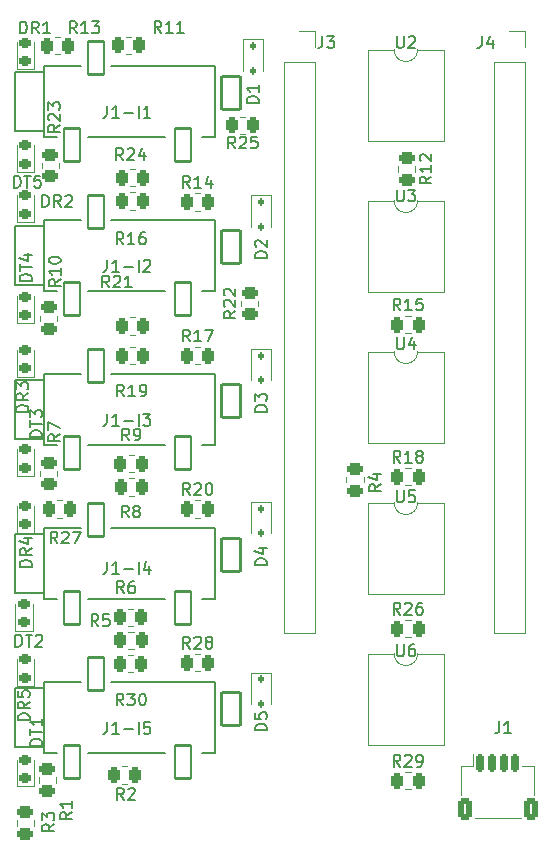
<source format=gto>
G04 #@! TF.GenerationSoftware,KiCad,Pcbnew,8.0.1*
G04 #@! TF.CreationDate,2024-03-31T18:38:23-05:00*
G04 #@! TF.ProjectId,dinoctopus_v2,64696e6f-6374-46f7-9075-735f76322e6b,rev?*
G04 #@! TF.SameCoordinates,Original*
G04 #@! TF.FileFunction,Legend,Top*
G04 #@! TF.FilePolarity,Positive*
%FSLAX46Y46*%
G04 Gerber Fmt 4.6, Leading zero omitted, Abs format (unit mm)*
G04 Created by KiCad (PCBNEW 8.0.1) date 2024-03-31 18:38:23*
%MOMM*%
%LPD*%
G01*
G04 APERTURE LIST*
G04 Aperture macros list*
%AMRoundRect*
0 Rectangle with rounded corners*
0 $1 Rounding radius*
0 $2 $3 $4 $5 $6 $7 $8 $9 X,Y pos of 4 corners*
0 Add a 4 corners polygon primitive as box body*
4,1,4,$2,$3,$4,$5,$6,$7,$8,$9,$2,$3,0*
0 Add four circle primitives for the rounded corners*
1,1,$1+$1,$2,$3*
1,1,$1+$1,$4,$5*
1,1,$1+$1,$6,$7*
1,1,$1+$1,$8,$9*
0 Add four rect primitives between the rounded corners*
20,1,$1+$1,$2,$3,$4,$5,0*
20,1,$1+$1,$4,$5,$6,$7,0*
20,1,$1+$1,$6,$7,$8,$9,0*
20,1,$1+$1,$8,$9,$2,$3,0*%
G04 Aperture macros list end*
%ADD10C,0.150000*%
%ADD11C,0.120000*%
%ADD12C,0.127000*%
%ADD13RoundRect,0.250000X0.450000X-0.262500X0.450000X0.262500X-0.450000X0.262500X-0.450000X-0.262500X0*%
%ADD14RoundRect,0.218750X0.256250X-0.218750X0.256250X0.218750X-0.256250X0.218750X-0.256250X-0.218750X0*%
%ADD15RoundRect,0.250000X0.262500X0.450000X-0.262500X0.450000X-0.262500X-0.450000X0.262500X-0.450000X0*%
%ADD16RoundRect,0.250000X-0.262500X-0.450000X0.262500X-0.450000X0.262500X0.450000X-0.262500X0.450000X0*%
%ADD17C,1.700000*%
%ADD18RoundRect,0.102000X-0.700000X-1.400000X0.700000X-1.400000X0.700000X1.400000X-0.700000X1.400000X0*%
%ADD19RoundRect,0.102000X-0.800000X-1.400000X0.800000X-1.400000X0.800000X1.400000X-0.800000X1.400000X0*%
%ADD20RoundRect,0.112500X-0.112500X0.187500X-0.112500X-0.187500X0.112500X-0.187500X0.112500X0.187500X0*%
%ADD21R,2.000000X1.780000*%
%ADD22R,1.700000X1.700000*%
%ADD23O,1.700000X1.700000*%
%ADD24RoundRect,0.250000X-0.450000X0.262500X-0.450000X-0.262500X0.450000X-0.262500X0.450000X0.262500X0*%
%ADD25RoundRect,0.150000X-0.150000X-0.625000X0.150000X-0.625000X0.150000X0.625000X-0.150000X0.625000X0*%
%ADD26RoundRect,0.250000X-0.350000X-0.650000X0.350000X-0.650000X0.350000X0.650000X-0.350000X0.650000X0*%
G04 APERTURE END LIST*
D10*
X45804819Y-54230357D02*
X45328628Y-54563690D01*
X45804819Y-54801785D02*
X44804819Y-54801785D01*
X44804819Y-54801785D02*
X44804819Y-54420833D01*
X44804819Y-54420833D02*
X44852438Y-54325595D01*
X44852438Y-54325595D02*
X44900057Y-54277976D01*
X44900057Y-54277976D02*
X44995295Y-54230357D01*
X44995295Y-54230357D02*
X45138152Y-54230357D01*
X45138152Y-54230357D02*
X45233390Y-54277976D01*
X45233390Y-54277976D02*
X45281009Y-54325595D01*
X45281009Y-54325595D02*
X45328628Y-54420833D01*
X45328628Y-54420833D02*
X45328628Y-54801785D01*
X44900057Y-53849404D02*
X44852438Y-53801785D01*
X44852438Y-53801785D02*
X44804819Y-53706547D01*
X44804819Y-53706547D02*
X44804819Y-53468452D01*
X44804819Y-53468452D02*
X44852438Y-53373214D01*
X44852438Y-53373214D02*
X44900057Y-53325595D01*
X44900057Y-53325595D02*
X44995295Y-53277976D01*
X44995295Y-53277976D02*
X45090533Y-53277976D01*
X45090533Y-53277976D02*
X45233390Y-53325595D01*
X45233390Y-53325595D02*
X45804819Y-53897023D01*
X45804819Y-53897023D02*
X45804819Y-53277976D01*
X44900057Y-52897023D02*
X44852438Y-52849404D01*
X44852438Y-52849404D02*
X44804819Y-52754166D01*
X44804819Y-52754166D02*
X44804819Y-52516071D01*
X44804819Y-52516071D02*
X44852438Y-52420833D01*
X44852438Y-52420833D02*
X44900057Y-52373214D01*
X44900057Y-52373214D02*
X44995295Y-52325595D01*
X44995295Y-52325595D02*
X45090533Y-52325595D01*
X45090533Y-52325595D02*
X45233390Y-52373214D01*
X45233390Y-52373214D02*
X45804819Y-52944642D01*
X45804819Y-52944642D02*
X45804819Y-52325595D01*
X29429840Y-91021184D02*
X28429840Y-91021184D01*
X28429840Y-91021184D02*
X28429840Y-90783089D01*
X28429840Y-90783089D02*
X28477459Y-90640232D01*
X28477459Y-90640232D02*
X28572697Y-90544994D01*
X28572697Y-90544994D02*
X28667935Y-90497375D01*
X28667935Y-90497375D02*
X28858411Y-90449756D01*
X28858411Y-90449756D02*
X29001268Y-90449756D01*
X29001268Y-90449756D02*
X29191744Y-90497375D01*
X29191744Y-90497375D02*
X29286982Y-90544994D01*
X29286982Y-90544994D02*
X29382221Y-90640232D01*
X29382221Y-90640232D02*
X29429840Y-90783089D01*
X29429840Y-90783089D02*
X29429840Y-91021184D01*
X28429840Y-90164041D02*
X28429840Y-89592613D01*
X29429840Y-89878327D02*
X28429840Y-89878327D01*
X29429840Y-88735470D02*
X29429840Y-89306898D01*
X29429840Y-89021184D02*
X28429840Y-89021184D01*
X28429840Y-89021184D02*
X28572697Y-89116422D01*
X28572697Y-89116422D02*
X28667935Y-89211660D01*
X28667935Y-89211660D02*
X28715554Y-89306898D01*
X32357142Y-30706046D02*
X32023809Y-30229855D01*
X31785714Y-30706046D02*
X31785714Y-29706046D01*
X31785714Y-29706046D02*
X32166666Y-29706046D01*
X32166666Y-29706046D02*
X32261904Y-29753665D01*
X32261904Y-29753665D02*
X32309523Y-29801284D01*
X32309523Y-29801284D02*
X32357142Y-29896522D01*
X32357142Y-29896522D02*
X32357142Y-30039379D01*
X32357142Y-30039379D02*
X32309523Y-30134617D01*
X32309523Y-30134617D02*
X32261904Y-30182236D01*
X32261904Y-30182236D02*
X32166666Y-30229855D01*
X32166666Y-30229855D02*
X31785714Y-30229855D01*
X33309523Y-30706046D02*
X32738095Y-30706046D01*
X33023809Y-30706046D02*
X33023809Y-29706046D01*
X33023809Y-29706046D02*
X32928571Y-29848903D01*
X32928571Y-29848903D02*
X32833333Y-29944141D01*
X32833333Y-29944141D02*
X32738095Y-29991760D01*
X33642857Y-29706046D02*
X34261904Y-29706046D01*
X34261904Y-29706046D02*
X33928571Y-30086998D01*
X33928571Y-30086998D02*
X34071428Y-30086998D01*
X34071428Y-30086998D02*
X34166666Y-30134617D01*
X34166666Y-30134617D02*
X34214285Y-30182236D01*
X34214285Y-30182236D02*
X34261904Y-30277474D01*
X34261904Y-30277474D02*
X34261904Y-30515569D01*
X34261904Y-30515569D02*
X34214285Y-30610807D01*
X34214285Y-30610807D02*
X34166666Y-30658427D01*
X34166666Y-30658427D02*
X34071428Y-30706046D01*
X34071428Y-30706046D02*
X33785714Y-30706046D01*
X33785714Y-30706046D02*
X33690476Y-30658427D01*
X33690476Y-30658427D02*
X33642857Y-30610807D01*
X36357142Y-61454819D02*
X36023809Y-60978628D01*
X35785714Y-61454819D02*
X35785714Y-60454819D01*
X35785714Y-60454819D02*
X36166666Y-60454819D01*
X36166666Y-60454819D02*
X36261904Y-60502438D01*
X36261904Y-60502438D02*
X36309523Y-60550057D01*
X36309523Y-60550057D02*
X36357142Y-60645295D01*
X36357142Y-60645295D02*
X36357142Y-60788152D01*
X36357142Y-60788152D02*
X36309523Y-60883390D01*
X36309523Y-60883390D02*
X36261904Y-60931009D01*
X36261904Y-60931009D02*
X36166666Y-60978628D01*
X36166666Y-60978628D02*
X35785714Y-60978628D01*
X37309523Y-61454819D02*
X36738095Y-61454819D01*
X37023809Y-61454819D02*
X37023809Y-60454819D01*
X37023809Y-60454819D02*
X36928571Y-60597676D01*
X36928571Y-60597676D02*
X36833333Y-60692914D01*
X36833333Y-60692914D02*
X36738095Y-60740533D01*
X37785714Y-61454819D02*
X37976190Y-61454819D01*
X37976190Y-61454819D02*
X38071428Y-61407200D01*
X38071428Y-61407200D02*
X38119047Y-61359580D01*
X38119047Y-61359580D02*
X38214285Y-61216723D01*
X38214285Y-61216723D02*
X38261904Y-61026247D01*
X38261904Y-61026247D02*
X38261904Y-60645295D01*
X38261904Y-60645295D02*
X38214285Y-60550057D01*
X38214285Y-60550057D02*
X38166666Y-60502438D01*
X38166666Y-60502438D02*
X38071428Y-60454819D01*
X38071428Y-60454819D02*
X37880952Y-60454819D01*
X37880952Y-60454819D02*
X37785714Y-60502438D01*
X37785714Y-60502438D02*
X37738095Y-60550057D01*
X37738095Y-60550057D02*
X37690476Y-60645295D01*
X37690476Y-60645295D02*
X37690476Y-60883390D01*
X37690476Y-60883390D02*
X37738095Y-60978628D01*
X37738095Y-60978628D02*
X37785714Y-61026247D01*
X37785714Y-61026247D02*
X37880952Y-61073866D01*
X37880952Y-61073866D02*
X38071428Y-61073866D01*
X38071428Y-61073866D02*
X38166666Y-61026247D01*
X38166666Y-61026247D02*
X38214285Y-60978628D01*
X38214285Y-60978628D02*
X38261904Y-60883390D01*
X34930512Y-75453909D02*
X34930512Y-76169404D01*
X34930512Y-76169404D02*
X34882812Y-76312503D01*
X34882812Y-76312503D02*
X34787413Y-76407903D01*
X34787413Y-76407903D02*
X34644314Y-76455602D01*
X34644314Y-76455602D02*
X34548915Y-76455602D01*
X35932205Y-76455602D02*
X35359809Y-76455602D01*
X35646007Y-76455602D02*
X35646007Y-75453909D01*
X35646007Y-75453909D02*
X35550608Y-75597008D01*
X35550608Y-75597008D02*
X35455209Y-75692408D01*
X35455209Y-75692408D02*
X35359809Y-75740107D01*
X36361502Y-76074005D02*
X37124697Y-76074005D01*
X37601693Y-76455602D02*
X37601693Y-75453909D01*
X38507987Y-75787807D02*
X38507987Y-76455602D01*
X38269489Y-75406210D02*
X38030990Y-76121705D01*
X38030990Y-76121705D02*
X38651086Y-76121705D01*
X59769642Y-92804819D02*
X59436309Y-92328628D01*
X59198214Y-92804819D02*
X59198214Y-91804819D01*
X59198214Y-91804819D02*
X59579166Y-91804819D01*
X59579166Y-91804819D02*
X59674404Y-91852438D01*
X59674404Y-91852438D02*
X59722023Y-91900057D01*
X59722023Y-91900057D02*
X59769642Y-91995295D01*
X59769642Y-91995295D02*
X59769642Y-92138152D01*
X59769642Y-92138152D02*
X59722023Y-92233390D01*
X59722023Y-92233390D02*
X59674404Y-92281009D01*
X59674404Y-92281009D02*
X59579166Y-92328628D01*
X59579166Y-92328628D02*
X59198214Y-92328628D01*
X60150595Y-91900057D02*
X60198214Y-91852438D01*
X60198214Y-91852438D02*
X60293452Y-91804819D01*
X60293452Y-91804819D02*
X60531547Y-91804819D01*
X60531547Y-91804819D02*
X60626785Y-91852438D01*
X60626785Y-91852438D02*
X60674404Y-91900057D01*
X60674404Y-91900057D02*
X60722023Y-91995295D01*
X60722023Y-91995295D02*
X60722023Y-92090533D01*
X60722023Y-92090533D02*
X60674404Y-92233390D01*
X60674404Y-92233390D02*
X60102976Y-92804819D01*
X60102976Y-92804819D02*
X60722023Y-92804819D01*
X61198214Y-92804819D02*
X61388690Y-92804819D01*
X61388690Y-92804819D02*
X61483928Y-92757200D01*
X61483928Y-92757200D02*
X61531547Y-92709580D01*
X61531547Y-92709580D02*
X61626785Y-92566723D01*
X61626785Y-92566723D02*
X61674404Y-92376247D01*
X61674404Y-92376247D02*
X61674404Y-91995295D01*
X61674404Y-91995295D02*
X61626785Y-91900057D01*
X61626785Y-91900057D02*
X61579166Y-91852438D01*
X61579166Y-91852438D02*
X61483928Y-91804819D01*
X61483928Y-91804819D02*
X61293452Y-91804819D01*
X61293452Y-91804819D02*
X61198214Y-91852438D01*
X61198214Y-91852438D02*
X61150595Y-91900057D01*
X61150595Y-91900057D02*
X61102976Y-91995295D01*
X61102976Y-91995295D02*
X61102976Y-92233390D01*
X61102976Y-92233390D02*
X61150595Y-92328628D01*
X61150595Y-92328628D02*
X61198214Y-92376247D01*
X61198214Y-92376247D02*
X61293452Y-92423866D01*
X61293452Y-92423866D02*
X61483928Y-92423866D01*
X61483928Y-92423866D02*
X61579166Y-92376247D01*
X61579166Y-92376247D02*
X61626785Y-92328628D01*
X61626785Y-92328628D02*
X61674404Y-92233390D01*
X59769642Y-54179819D02*
X59436309Y-53703628D01*
X59198214Y-54179819D02*
X59198214Y-53179819D01*
X59198214Y-53179819D02*
X59579166Y-53179819D01*
X59579166Y-53179819D02*
X59674404Y-53227438D01*
X59674404Y-53227438D02*
X59722023Y-53275057D01*
X59722023Y-53275057D02*
X59769642Y-53370295D01*
X59769642Y-53370295D02*
X59769642Y-53513152D01*
X59769642Y-53513152D02*
X59722023Y-53608390D01*
X59722023Y-53608390D02*
X59674404Y-53656009D01*
X59674404Y-53656009D02*
X59579166Y-53703628D01*
X59579166Y-53703628D02*
X59198214Y-53703628D01*
X60722023Y-54179819D02*
X60150595Y-54179819D01*
X60436309Y-54179819D02*
X60436309Y-53179819D01*
X60436309Y-53179819D02*
X60341071Y-53322676D01*
X60341071Y-53322676D02*
X60245833Y-53417914D01*
X60245833Y-53417914D02*
X60150595Y-53465533D01*
X61626785Y-53179819D02*
X61150595Y-53179819D01*
X61150595Y-53179819D02*
X61102976Y-53656009D01*
X61102976Y-53656009D02*
X61150595Y-53608390D01*
X61150595Y-53608390D02*
X61245833Y-53560771D01*
X61245833Y-53560771D02*
X61483928Y-53560771D01*
X61483928Y-53560771D02*
X61579166Y-53608390D01*
X61579166Y-53608390D02*
X61626785Y-53656009D01*
X61626785Y-53656009D02*
X61674404Y-53751247D01*
X61674404Y-53751247D02*
X61674404Y-53989342D01*
X61674404Y-53989342D02*
X61626785Y-54084580D01*
X61626785Y-54084580D02*
X61579166Y-54132200D01*
X61579166Y-54132200D02*
X61483928Y-54179819D01*
X61483928Y-54179819D02*
X61245833Y-54179819D01*
X61245833Y-54179819D02*
X61150595Y-54132200D01*
X61150595Y-54132200D02*
X61102976Y-54084580D01*
X30732171Y-73896379D02*
X30398838Y-73420188D01*
X30160743Y-73896379D02*
X30160743Y-72896379D01*
X30160743Y-72896379D02*
X30541695Y-72896379D01*
X30541695Y-72896379D02*
X30636933Y-72943998D01*
X30636933Y-72943998D02*
X30684552Y-72991617D01*
X30684552Y-72991617D02*
X30732171Y-73086855D01*
X30732171Y-73086855D02*
X30732171Y-73229712D01*
X30732171Y-73229712D02*
X30684552Y-73324950D01*
X30684552Y-73324950D02*
X30636933Y-73372569D01*
X30636933Y-73372569D02*
X30541695Y-73420188D01*
X30541695Y-73420188D02*
X30160743Y-73420188D01*
X31113124Y-72991617D02*
X31160743Y-72943998D01*
X31160743Y-72943998D02*
X31255981Y-72896379D01*
X31255981Y-72896379D02*
X31494076Y-72896379D01*
X31494076Y-72896379D02*
X31589314Y-72943998D01*
X31589314Y-72943998D02*
X31636933Y-72991617D01*
X31636933Y-72991617D02*
X31684552Y-73086855D01*
X31684552Y-73086855D02*
X31684552Y-73182093D01*
X31684552Y-73182093D02*
X31636933Y-73324950D01*
X31636933Y-73324950D02*
X31065505Y-73896379D01*
X31065505Y-73896379D02*
X31684552Y-73896379D01*
X32017886Y-72896379D02*
X32684552Y-72896379D01*
X32684552Y-72896379D02*
X32255981Y-73896379D01*
X47761230Y-36618812D02*
X46761230Y-36618812D01*
X46761230Y-36618812D02*
X46761230Y-36380717D01*
X46761230Y-36380717D02*
X46808849Y-36237860D01*
X46808849Y-36237860D02*
X46904087Y-36142622D01*
X46904087Y-36142622D02*
X46999325Y-36095003D01*
X46999325Y-36095003D02*
X47189801Y-36047384D01*
X47189801Y-36047384D02*
X47332658Y-36047384D01*
X47332658Y-36047384D02*
X47523134Y-36095003D01*
X47523134Y-36095003D02*
X47618372Y-36142622D01*
X47618372Y-36142622D02*
X47713611Y-36237860D01*
X47713611Y-36237860D02*
X47761230Y-36380717D01*
X47761230Y-36380717D02*
X47761230Y-36618812D01*
X47761230Y-35095003D02*
X47761230Y-35666431D01*
X47761230Y-35380717D02*
X46761230Y-35380717D01*
X46761230Y-35380717D02*
X46904087Y-35475955D01*
X46904087Y-35475955D02*
X46999325Y-35571193D01*
X46999325Y-35571193D02*
X47046944Y-35666431D01*
X28538971Y-75896029D02*
X27538971Y-75896029D01*
X27538971Y-75896029D02*
X27538971Y-75657934D01*
X27538971Y-75657934D02*
X27586590Y-75515077D01*
X27586590Y-75515077D02*
X27681828Y-75419839D01*
X27681828Y-75419839D02*
X27777066Y-75372220D01*
X27777066Y-75372220D02*
X27967542Y-75324601D01*
X27967542Y-75324601D02*
X28110399Y-75324601D01*
X28110399Y-75324601D02*
X28300875Y-75372220D01*
X28300875Y-75372220D02*
X28396113Y-75419839D01*
X28396113Y-75419839D02*
X28491352Y-75515077D01*
X28491352Y-75515077D02*
X28538971Y-75657934D01*
X28538971Y-75657934D02*
X28538971Y-75896029D01*
X28538971Y-74324601D02*
X28062780Y-74657934D01*
X28538971Y-74896029D02*
X27538971Y-74896029D01*
X27538971Y-74896029D02*
X27538971Y-74515077D01*
X27538971Y-74515077D02*
X27586590Y-74419839D01*
X27586590Y-74419839D02*
X27634209Y-74372220D01*
X27634209Y-74372220D02*
X27729447Y-74324601D01*
X27729447Y-74324601D02*
X27872304Y-74324601D01*
X27872304Y-74324601D02*
X27967542Y-74372220D01*
X27967542Y-74372220D02*
X28015161Y-74419839D01*
X28015161Y-74419839D02*
X28062780Y-74515077D01*
X28062780Y-74515077D02*
X28062780Y-74896029D01*
X27872304Y-73467458D02*
X28538971Y-73467458D01*
X27491352Y-73705553D02*
X28205637Y-73943648D01*
X28205637Y-73943648D02*
X28205637Y-73324601D01*
X29457216Y-45418444D02*
X29457216Y-44418444D01*
X29457216Y-44418444D02*
X29695311Y-44418444D01*
X29695311Y-44418444D02*
X29838168Y-44466063D01*
X29838168Y-44466063D02*
X29933406Y-44561301D01*
X29933406Y-44561301D02*
X29981025Y-44656539D01*
X29981025Y-44656539D02*
X30028644Y-44847015D01*
X30028644Y-44847015D02*
X30028644Y-44989872D01*
X30028644Y-44989872D02*
X29981025Y-45180348D01*
X29981025Y-45180348D02*
X29933406Y-45275586D01*
X29933406Y-45275586D02*
X29838168Y-45370825D01*
X29838168Y-45370825D02*
X29695311Y-45418444D01*
X29695311Y-45418444D02*
X29457216Y-45418444D01*
X31028644Y-45418444D02*
X30695311Y-44942253D01*
X30457216Y-45418444D02*
X30457216Y-44418444D01*
X30457216Y-44418444D02*
X30838168Y-44418444D01*
X30838168Y-44418444D02*
X30933406Y-44466063D01*
X30933406Y-44466063D02*
X30981025Y-44513682D01*
X30981025Y-44513682D02*
X31028644Y-44608920D01*
X31028644Y-44608920D02*
X31028644Y-44751777D01*
X31028644Y-44751777D02*
X30981025Y-44847015D01*
X30981025Y-44847015D02*
X30933406Y-44894634D01*
X30933406Y-44894634D02*
X30838168Y-44942253D01*
X30838168Y-44942253D02*
X30457216Y-44942253D01*
X31409597Y-44513682D02*
X31457216Y-44466063D01*
X31457216Y-44466063D02*
X31552454Y-44418444D01*
X31552454Y-44418444D02*
X31790549Y-44418444D01*
X31790549Y-44418444D02*
X31885787Y-44466063D01*
X31885787Y-44466063D02*
X31933406Y-44513682D01*
X31933406Y-44513682D02*
X31981025Y-44608920D01*
X31981025Y-44608920D02*
X31981025Y-44704158D01*
X31981025Y-44704158D02*
X31933406Y-44847015D01*
X31933406Y-44847015D02*
X31361978Y-45418444D01*
X31361978Y-45418444D02*
X31981025Y-45418444D01*
X28255106Y-62763447D02*
X27255106Y-62763447D01*
X27255106Y-62763447D02*
X27255106Y-62525352D01*
X27255106Y-62525352D02*
X27302725Y-62382495D01*
X27302725Y-62382495D02*
X27397963Y-62287257D01*
X27397963Y-62287257D02*
X27493201Y-62239638D01*
X27493201Y-62239638D02*
X27683677Y-62192019D01*
X27683677Y-62192019D02*
X27826534Y-62192019D01*
X27826534Y-62192019D02*
X28017010Y-62239638D01*
X28017010Y-62239638D02*
X28112248Y-62287257D01*
X28112248Y-62287257D02*
X28207487Y-62382495D01*
X28207487Y-62382495D02*
X28255106Y-62525352D01*
X28255106Y-62525352D02*
X28255106Y-62763447D01*
X28255106Y-61192019D02*
X27778915Y-61525352D01*
X28255106Y-61763447D02*
X27255106Y-61763447D01*
X27255106Y-61763447D02*
X27255106Y-61382495D01*
X27255106Y-61382495D02*
X27302725Y-61287257D01*
X27302725Y-61287257D02*
X27350344Y-61239638D01*
X27350344Y-61239638D02*
X27445582Y-61192019D01*
X27445582Y-61192019D02*
X27588439Y-61192019D01*
X27588439Y-61192019D02*
X27683677Y-61239638D01*
X27683677Y-61239638D02*
X27731296Y-61287257D01*
X27731296Y-61287257D02*
X27778915Y-61382495D01*
X27778915Y-61382495D02*
X27778915Y-61763447D01*
X27255106Y-60858685D02*
X27255106Y-60239638D01*
X27255106Y-60239638D02*
X27636058Y-60572971D01*
X27636058Y-60572971D02*
X27636058Y-60430114D01*
X27636058Y-60430114D02*
X27683677Y-60334876D01*
X27683677Y-60334876D02*
X27731296Y-60287257D01*
X27731296Y-60287257D02*
X27826534Y-60239638D01*
X27826534Y-60239638D02*
X28064629Y-60239638D01*
X28064629Y-60239638D02*
X28159867Y-60287257D01*
X28159867Y-60287257D02*
X28207487Y-60334876D01*
X28207487Y-60334876D02*
X28255106Y-60430114D01*
X28255106Y-60430114D02*
X28255106Y-60715828D01*
X28255106Y-60715828D02*
X28207487Y-60811066D01*
X28207487Y-60811066D02*
X28159867Y-60858685D01*
X59473095Y-82454819D02*
X59473095Y-83264342D01*
X59473095Y-83264342D02*
X59520714Y-83359580D01*
X59520714Y-83359580D02*
X59568333Y-83407200D01*
X59568333Y-83407200D02*
X59663571Y-83454819D01*
X59663571Y-83454819D02*
X59854047Y-83454819D01*
X59854047Y-83454819D02*
X59949285Y-83407200D01*
X59949285Y-83407200D02*
X59996904Y-83359580D01*
X59996904Y-83359580D02*
X60044523Y-83264342D01*
X60044523Y-83264342D02*
X60044523Y-82454819D01*
X60949285Y-82454819D02*
X60758809Y-82454819D01*
X60758809Y-82454819D02*
X60663571Y-82502438D01*
X60663571Y-82502438D02*
X60615952Y-82550057D01*
X60615952Y-82550057D02*
X60520714Y-82692914D01*
X60520714Y-82692914D02*
X60473095Y-82883390D01*
X60473095Y-82883390D02*
X60473095Y-83264342D01*
X60473095Y-83264342D02*
X60520714Y-83359580D01*
X60520714Y-83359580D02*
X60568333Y-83407200D01*
X60568333Y-83407200D02*
X60663571Y-83454819D01*
X60663571Y-83454819D02*
X60854047Y-83454819D01*
X60854047Y-83454819D02*
X60949285Y-83407200D01*
X60949285Y-83407200D02*
X60996904Y-83359580D01*
X60996904Y-83359580D02*
X61044523Y-83264342D01*
X61044523Y-83264342D02*
X61044523Y-83026247D01*
X61044523Y-83026247D02*
X60996904Y-82931009D01*
X60996904Y-82931009D02*
X60949285Y-82883390D01*
X60949285Y-82883390D02*
X60854047Y-82835771D01*
X60854047Y-82835771D02*
X60663571Y-82835771D01*
X60663571Y-82835771D02*
X60568333Y-82883390D01*
X60568333Y-82883390D02*
X60520714Y-82931009D01*
X60520714Y-82931009D02*
X60473095Y-83026247D01*
X48454819Y-49738094D02*
X47454819Y-49738094D01*
X47454819Y-49738094D02*
X47454819Y-49499999D01*
X47454819Y-49499999D02*
X47502438Y-49357142D01*
X47502438Y-49357142D02*
X47597676Y-49261904D01*
X47597676Y-49261904D02*
X47692914Y-49214285D01*
X47692914Y-49214285D02*
X47883390Y-49166666D01*
X47883390Y-49166666D02*
X48026247Y-49166666D01*
X48026247Y-49166666D02*
X48216723Y-49214285D01*
X48216723Y-49214285D02*
X48311961Y-49261904D01*
X48311961Y-49261904D02*
X48407200Y-49357142D01*
X48407200Y-49357142D02*
X48454819Y-49499999D01*
X48454819Y-49499999D02*
X48454819Y-49738094D01*
X47550057Y-48785713D02*
X47502438Y-48738094D01*
X47502438Y-48738094D02*
X47454819Y-48642856D01*
X47454819Y-48642856D02*
X47454819Y-48404761D01*
X47454819Y-48404761D02*
X47502438Y-48309523D01*
X47502438Y-48309523D02*
X47550057Y-48261904D01*
X47550057Y-48261904D02*
X47645295Y-48214285D01*
X47645295Y-48214285D02*
X47740533Y-48214285D01*
X47740533Y-48214285D02*
X47883390Y-48261904D01*
X47883390Y-48261904D02*
X48454819Y-48833332D01*
X48454819Y-48833332D02*
X48454819Y-48214285D01*
X34930512Y-36853909D02*
X34930512Y-37569404D01*
X34930512Y-37569404D02*
X34882812Y-37712503D01*
X34882812Y-37712503D02*
X34787413Y-37807903D01*
X34787413Y-37807903D02*
X34644314Y-37855602D01*
X34644314Y-37855602D02*
X34548915Y-37855602D01*
X35932205Y-37855602D02*
X35359809Y-37855602D01*
X35646007Y-37855602D02*
X35646007Y-36853909D01*
X35646007Y-36853909D02*
X35550608Y-36997008D01*
X35550608Y-36997008D02*
X35455209Y-37092408D01*
X35455209Y-37092408D02*
X35359809Y-37140107D01*
X36361502Y-37474005D02*
X37124697Y-37474005D01*
X37601693Y-37855602D02*
X37601693Y-36853909D01*
X38603386Y-37855602D02*
X38030990Y-37855602D01*
X38317188Y-37855602D02*
X38317188Y-36853909D01*
X38317188Y-36853909D02*
X38221789Y-36997008D01*
X38221789Y-36997008D02*
X38126390Y-37092408D01*
X38126390Y-37092408D02*
X38030990Y-37140107D01*
X66666666Y-30954819D02*
X66666666Y-31669104D01*
X66666666Y-31669104D02*
X66619047Y-31811961D01*
X66619047Y-31811961D02*
X66523809Y-31907200D01*
X66523809Y-31907200D02*
X66380952Y-31954819D01*
X66380952Y-31954819D02*
X66285714Y-31954819D01*
X67571428Y-31288152D02*
X67571428Y-31954819D01*
X67333333Y-30907200D02*
X67095238Y-31621485D01*
X67095238Y-31621485D02*
X67714285Y-31621485D01*
X48454819Y-62738094D02*
X47454819Y-62738094D01*
X47454819Y-62738094D02*
X47454819Y-62499999D01*
X47454819Y-62499999D02*
X47502438Y-62357142D01*
X47502438Y-62357142D02*
X47597676Y-62261904D01*
X47597676Y-62261904D02*
X47692914Y-62214285D01*
X47692914Y-62214285D02*
X47883390Y-62166666D01*
X47883390Y-62166666D02*
X48026247Y-62166666D01*
X48026247Y-62166666D02*
X48216723Y-62214285D01*
X48216723Y-62214285D02*
X48311961Y-62261904D01*
X48311961Y-62261904D02*
X48407200Y-62357142D01*
X48407200Y-62357142D02*
X48454819Y-62499999D01*
X48454819Y-62499999D02*
X48454819Y-62738094D01*
X47454819Y-61833332D02*
X47454819Y-61214285D01*
X47454819Y-61214285D02*
X47835771Y-61547618D01*
X47835771Y-61547618D02*
X47835771Y-61404761D01*
X47835771Y-61404761D02*
X47883390Y-61309523D01*
X47883390Y-61309523D02*
X47931009Y-61261904D01*
X47931009Y-61261904D02*
X48026247Y-61214285D01*
X48026247Y-61214285D02*
X48264342Y-61214285D01*
X48264342Y-61214285D02*
X48359580Y-61261904D01*
X48359580Y-61261904D02*
X48407200Y-61309523D01*
X48407200Y-61309523D02*
X48454819Y-61404761D01*
X48454819Y-61404761D02*
X48454819Y-61690475D01*
X48454819Y-61690475D02*
X48407200Y-61785713D01*
X48407200Y-61785713D02*
X48359580Y-61833332D01*
X27570693Y-30720144D02*
X27570693Y-29720144D01*
X27570693Y-29720144D02*
X27808788Y-29720144D01*
X27808788Y-29720144D02*
X27951645Y-29767763D01*
X27951645Y-29767763D02*
X28046883Y-29863001D01*
X28046883Y-29863001D02*
X28094502Y-29958239D01*
X28094502Y-29958239D02*
X28142121Y-30148715D01*
X28142121Y-30148715D02*
X28142121Y-30291572D01*
X28142121Y-30291572D02*
X28094502Y-30482048D01*
X28094502Y-30482048D02*
X28046883Y-30577286D01*
X28046883Y-30577286D02*
X27951645Y-30672525D01*
X27951645Y-30672525D02*
X27808788Y-30720144D01*
X27808788Y-30720144D02*
X27570693Y-30720144D01*
X29142121Y-30720144D02*
X28808788Y-30243953D01*
X28570693Y-30720144D02*
X28570693Y-29720144D01*
X28570693Y-29720144D02*
X28951645Y-29720144D01*
X28951645Y-29720144D02*
X29046883Y-29767763D01*
X29046883Y-29767763D02*
X29094502Y-29815382D01*
X29094502Y-29815382D02*
X29142121Y-29910620D01*
X29142121Y-29910620D02*
X29142121Y-30053477D01*
X29142121Y-30053477D02*
X29094502Y-30148715D01*
X29094502Y-30148715D02*
X29046883Y-30196334D01*
X29046883Y-30196334D02*
X28951645Y-30243953D01*
X28951645Y-30243953D02*
X28570693Y-30243953D01*
X30094502Y-30720144D02*
X29523074Y-30720144D01*
X29808788Y-30720144D02*
X29808788Y-29720144D01*
X29808788Y-29720144D02*
X29713550Y-29863001D01*
X29713550Y-29863001D02*
X29618312Y-29958239D01*
X29618312Y-29958239D02*
X29523074Y-30005858D01*
X36301680Y-48578468D02*
X35968347Y-48102277D01*
X35730252Y-48578468D02*
X35730252Y-47578468D01*
X35730252Y-47578468D02*
X36111204Y-47578468D01*
X36111204Y-47578468D02*
X36206442Y-47626087D01*
X36206442Y-47626087D02*
X36254061Y-47673706D01*
X36254061Y-47673706D02*
X36301680Y-47768944D01*
X36301680Y-47768944D02*
X36301680Y-47911801D01*
X36301680Y-47911801D02*
X36254061Y-48007039D01*
X36254061Y-48007039D02*
X36206442Y-48054658D01*
X36206442Y-48054658D02*
X36111204Y-48102277D01*
X36111204Y-48102277D02*
X35730252Y-48102277D01*
X37254061Y-48578468D02*
X36682633Y-48578468D01*
X36968347Y-48578468D02*
X36968347Y-47578468D01*
X36968347Y-47578468D02*
X36873109Y-47721325D01*
X36873109Y-47721325D02*
X36777871Y-47816563D01*
X36777871Y-47816563D02*
X36682633Y-47864182D01*
X38111204Y-47578468D02*
X37920728Y-47578468D01*
X37920728Y-47578468D02*
X37825490Y-47626087D01*
X37825490Y-47626087D02*
X37777871Y-47673706D01*
X37777871Y-47673706D02*
X37682633Y-47816563D01*
X37682633Y-47816563D02*
X37635014Y-48007039D01*
X37635014Y-48007039D02*
X37635014Y-48387991D01*
X37635014Y-48387991D02*
X37682633Y-48483229D01*
X37682633Y-48483229D02*
X37730252Y-48530849D01*
X37730252Y-48530849D02*
X37825490Y-48578468D01*
X37825490Y-48578468D02*
X38015966Y-48578468D01*
X38015966Y-48578468D02*
X38111204Y-48530849D01*
X38111204Y-48530849D02*
X38158823Y-48483229D01*
X38158823Y-48483229D02*
X38206442Y-48387991D01*
X38206442Y-48387991D02*
X38206442Y-48149896D01*
X38206442Y-48149896D02*
X38158823Y-48054658D01*
X38158823Y-48054658D02*
X38111204Y-48007039D01*
X38111204Y-48007039D02*
X38015966Y-47959420D01*
X38015966Y-47959420D02*
X37825490Y-47959420D01*
X37825490Y-47959420D02*
X37730252Y-48007039D01*
X37730252Y-48007039D02*
X37682633Y-48054658D01*
X37682633Y-48054658D02*
X37635014Y-48149896D01*
X48454819Y-75738094D02*
X47454819Y-75738094D01*
X47454819Y-75738094D02*
X47454819Y-75499999D01*
X47454819Y-75499999D02*
X47502438Y-75357142D01*
X47502438Y-75357142D02*
X47597676Y-75261904D01*
X47597676Y-75261904D02*
X47692914Y-75214285D01*
X47692914Y-75214285D02*
X47883390Y-75166666D01*
X47883390Y-75166666D02*
X48026247Y-75166666D01*
X48026247Y-75166666D02*
X48216723Y-75214285D01*
X48216723Y-75214285D02*
X48311961Y-75261904D01*
X48311961Y-75261904D02*
X48407200Y-75357142D01*
X48407200Y-75357142D02*
X48454819Y-75499999D01*
X48454819Y-75499999D02*
X48454819Y-75738094D01*
X47788152Y-74309523D02*
X48454819Y-74309523D01*
X47407200Y-74547618D02*
X48121485Y-74785713D01*
X48121485Y-74785713D02*
X48121485Y-74166666D01*
X28374538Y-88869942D02*
X27374538Y-88869942D01*
X27374538Y-88869942D02*
X27374538Y-88631847D01*
X27374538Y-88631847D02*
X27422157Y-88488990D01*
X27422157Y-88488990D02*
X27517395Y-88393752D01*
X27517395Y-88393752D02*
X27612633Y-88346133D01*
X27612633Y-88346133D02*
X27803109Y-88298514D01*
X27803109Y-88298514D02*
X27945966Y-88298514D01*
X27945966Y-88298514D02*
X28136442Y-88346133D01*
X28136442Y-88346133D02*
X28231680Y-88393752D01*
X28231680Y-88393752D02*
X28326919Y-88488990D01*
X28326919Y-88488990D02*
X28374538Y-88631847D01*
X28374538Y-88631847D02*
X28374538Y-88869942D01*
X28374538Y-87298514D02*
X27898347Y-87631847D01*
X28374538Y-87869942D02*
X27374538Y-87869942D01*
X27374538Y-87869942D02*
X27374538Y-87488990D01*
X27374538Y-87488990D02*
X27422157Y-87393752D01*
X27422157Y-87393752D02*
X27469776Y-87346133D01*
X27469776Y-87346133D02*
X27565014Y-87298514D01*
X27565014Y-87298514D02*
X27707871Y-87298514D01*
X27707871Y-87298514D02*
X27803109Y-87346133D01*
X27803109Y-87346133D02*
X27850728Y-87393752D01*
X27850728Y-87393752D02*
X27898347Y-87488990D01*
X27898347Y-87488990D02*
X27898347Y-87869942D01*
X27374538Y-86393752D02*
X27374538Y-86869942D01*
X27374538Y-86869942D02*
X27850728Y-86917561D01*
X27850728Y-86917561D02*
X27803109Y-86869942D01*
X27803109Y-86869942D02*
X27755490Y-86774704D01*
X27755490Y-86774704D02*
X27755490Y-86536609D01*
X27755490Y-86536609D02*
X27803109Y-86441371D01*
X27803109Y-86441371D02*
X27850728Y-86393752D01*
X27850728Y-86393752D02*
X27945966Y-86346133D01*
X27945966Y-86346133D02*
X28184061Y-86346133D01*
X28184061Y-86346133D02*
X28279299Y-86393752D01*
X28279299Y-86393752D02*
X28326919Y-86441371D01*
X28326919Y-86441371D02*
X28374538Y-86536609D01*
X28374538Y-86536609D02*
X28374538Y-86774704D01*
X28374538Y-86774704D02*
X28326919Y-86869942D01*
X28326919Y-86869942D02*
X28279299Y-86917561D01*
X59473095Y-30954819D02*
X59473095Y-31764342D01*
X59473095Y-31764342D02*
X59520714Y-31859580D01*
X59520714Y-31859580D02*
X59568333Y-31907200D01*
X59568333Y-31907200D02*
X59663571Y-31954819D01*
X59663571Y-31954819D02*
X59854047Y-31954819D01*
X59854047Y-31954819D02*
X59949285Y-31907200D01*
X59949285Y-31907200D02*
X59996904Y-31859580D01*
X59996904Y-31859580D02*
X60044523Y-31764342D01*
X60044523Y-31764342D02*
X60044523Y-30954819D01*
X60473095Y-31050057D02*
X60520714Y-31002438D01*
X60520714Y-31002438D02*
X60615952Y-30954819D01*
X60615952Y-30954819D02*
X60854047Y-30954819D01*
X60854047Y-30954819D02*
X60949285Y-31002438D01*
X60949285Y-31002438D02*
X60996904Y-31050057D01*
X60996904Y-31050057D02*
X61044523Y-31145295D01*
X61044523Y-31145295D02*
X61044523Y-31240533D01*
X61044523Y-31240533D02*
X60996904Y-31383390D01*
X60996904Y-31383390D02*
X60425476Y-31954819D01*
X60425476Y-31954819D02*
X61044523Y-31954819D01*
X41944642Y-69804819D02*
X41611309Y-69328628D01*
X41373214Y-69804819D02*
X41373214Y-68804819D01*
X41373214Y-68804819D02*
X41754166Y-68804819D01*
X41754166Y-68804819D02*
X41849404Y-68852438D01*
X41849404Y-68852438D02*
X41897023Y-68900057D01*
X41897023Y-68900057D02*
X41944642Y-68995295D01*
X41944642Y-68995295D02*
X41944642Y-69138152D01*
X41944642Y-69138152D02*
X41897023Y-69233390D01*
X41897023Y-69233390D02*
X41849404Y-69281009D01*
X41849404Y-69281009D02*
X41754166Y-69328628D01*
X41754166Y-69328628D02*
X41373214Y-69328628D01*
X42325595Y-68900057D02*
X42373214Y-68852438D01*
X42373214Y-68852438D02*
X42468452Y-68804819D01*
X42468452Y-68804819D02*
X42706547Y-68804819D01*
X42706547Y-68804819D02*
X42801785Y-68852438D01*
X42801785Y-68852438D02*
X42849404Y-68900057D01*
X42849404Y-68900057D02*
X42897023Y-68995295D01*
X42897023Y-68995295D02*
X42897023Y-69090533D01*
X42897023Y-69090533D02*
X42849404Y-69233390D01*
X42849404Y-69233390D02*
X42277976Y-69804819D01*
X42277976Y-69804819D02*
X42897023Y-69804819D01*
X43516071Y-68804819D02*
X43611309Y-68804819D01*
X43611309Y-68804819D02*
X43706547Y-68852438D01*
X43706547Y-68852438D02*
X43754166Y-68900057D01*
X43754166Y-68900057D02*
X43801785Y-68995295D01*
X43801785Y-68995295D02*
X43849404Y-69185771D01*
X43849404Y-69185771D02*
X43849404Y-69423866D01*
X43849404Y-69423866D02*
X43801785Y-69614342D01*
X43801785Y-69614342D02*
X43754166Y-69709580D01*
X43754166Y-69709580D02*
X43706547Y-69757200D01*
X43706547Y-69757200D02*
X43611309Y-69804819D01*
X43611309Y-69804819D02*
X43516071Y-69804819D01*
X43516071Y-69804819D02*
X43420833Y-69757200D01*
X43420833Y-69757200D02*
X43373214Y-69709580D01*
X43373214Y-69709580D02*
X43325595Y-69614342D01*
X43325595Y-69614342D02*
X43277976Y-69423866D01*
X43277976Y-69423866D02*
X43277976Y-69185771D01*
X43277976Y-69185771D02*
X43325595Y-68995295D01*
X43325595Y-68995295D02*
X43373214Y-68900057D01*
X43373214Y-68900057D02*
X43420833Y-68852438D01*
X43420833Y-68852438D02*
X43516071Y-68804819D01*
X41944642Y-43804819D02*
X41611309Y-43328628D01*
X41373214Y-43804819D02*
X41373214Y-42804819D01*
X41373214Y-42804819D02*
X41754166Y-42804819D01*
X41754166Y-42804819D02*
X41849404Y-42852438D01*
X41849404Y-42852438D02*
X41897023Y-42900057D01*
X41897023Y-42900057D02*
X41944642Y-42995295D01*
X41944642Y-42995295D02*
X41944642Y-43138152D01*
X41944642Y-43138152D02*
X41897023Y-43233390D01*
X41897023Y-43233390D02*
X41849404Y-43281009D01*
X41849404Y-43281009D02*
X41754166Y-43328628D01*
X41754166Y-43328628D02*
X41373214Y-43328628D01*
X42897023Y-43804819D02*
X42325595Y-43804819D01*
X42611309Y-43804819D02*
X42611309Y-42804819D01*
X42611309Y-42804819D02*
X42516071Y-42947676D01*
X42516071Y-42947676D02*
X42420833Y-43042914D01*
X42420833Y-43042914D02*
X42325595Y-43090533D01*
X43754166Y-43138152D02*
X43754166Y-43804819D01*
X43516071Y-42757200D02*
X43277976Y-43471485D01*
X43277976Y-43471485D02*
X43897023Y-43471485D01*
X59473095Y-43954819D02*
X59473095Y-44764342D01*
X59473095Y-44764342D02*
X59520714Y-44859580D01*
X59520714Y-44859580D02*
X59568333Y-44907200D01*
X59568333Y-44907200D02*
X59663571Y-44954819D01*
X59663571Y-44954819D02*
X59854047Y-44954819D01*
X59854047Y-44954819D02*
X59949285Y-44907200D01*
X59949285Y-44907200D02*
X59996904Y-44859580D01*
X59996904Y-44859580D02*
X60044523Y-44764342D01*
X60044523Y-44764342D02*
X60044523Y-43954819D01*
X60425476Y-43954819D02*
X61044523Y-43954819D01*
X61044523Y-43954819D02*
X60711190Y-44335771D01*
X60711190Y-44335771D02*
X60854047Y-44335771D01*
X60854047Y-44335771D02*
X60949285Y-44383390D01*
X60949285Y-44383390D02*
X60996904Y-44431009D01*
X60996904Y-44431009D02*
X61044523Y-44526247D01*
X61044523Y-44526247D02*
X61044523Y-44764342D01*
X61044523Y-44764342D02*
X60996904Y-44859580D01*
X60996904Y-44859580D02*
X60949285Y-44907200D01*
X60949285Y-44907200D02*
X60854047Y-44954819D01*
X60854047Y-44954819D02*
X60568333Y-44954819D01*
X60568333Y-44954819D02*
X60473095Y-44907200D01*
X60473095Y-44907200D02*
X60425476Y-44859580D01*
X59467448Y-69419420D02*
X59467448Y-70228943D01*
X59467448Y-70228943D02*
X59515067Y-70324181D01*
X59515067Y-70324181D02*
X59562686Y-70371801D01*
X59562686Y-70371801D02*
X59657924Y-70419420D01*
X59657924Y-70419420D02*
X59848400Y-70419420D01*
X59848400Y-70419420D02*
X59943638Y-70371801D01*
X59943638Y-70371801D02*
X59991257Y-70324181D01*
X59991257Y-70324181D02*
X60038876Y-70228943D01*
X60038876Y-70228943D02*
X60038876Y-69419420D01*
X60991257Y-69419420D02*
X60515067Y-69419420D01*
X60515067Y-69419420D02*
X60467448Y-69895610D01*
X60467448Y-69895610D02*
X60515067Y-69847991D01*
X60515067Y-69847991D02*
X60610305Y-69800372D01*
X60610305Y-69800372D02*
X60848400Y-69800372D01*
X60848400Y-69800372D02*
X60943638Y-69847991D01*
X60943638Y-69847991D02*
X60991257Y-69895610D01*
X60991257Y-69895610D02*
X61038876Y-69990848D01*
X61038876Y-69990848D02*
X61038876Y-70228943D01*
X61038876Y-70228943D02*
X60991257Y-70324181D01*
X60991257Y-70324181D02*
X60943638Y-70371801D01*
X60943638Y-70371801D02*
X60848400Y-70419420D01*
X60848400Y-70419420D02*
X60610305Y-70419420D01*
X60610305Y-70419420D02*
X60515067Y-70371801D01*
X60515067Y-70371801D02*
X60467448Y-70324181D01*
X34930512Y-49898353D02*
X34930512Y-50613848D01*
X34930512Y-50613848D02*
X34882812Y-50756947D01*
X34882812Y-50756947D02*
X34787413Y-50852347D01*
X34787413Y-50852347D02*
X34644314Y-50900046D01*
X34644314Y-50900046D02*
X34548915Y-50900046D01*
X35932205Y-50900046D02*
X35359809Y-50900046D01*
X35646007Y-50900046D02*
X35646007Y-49898353D01*
X35646007Y-49898353D02*
X35550608Y-50041452D01*
X35550608Y-50041452D02*
X35455209Y-50136852D01*
X35455209Y-50136852D02*
X35359809Y-50184551D01*
X36361502Y-50518449D02*
X37124697Y-50518449D01*
X37601693Y-50900046D02*
X37601693Y-49898353D01*
X38030990Y-49993753D02*
X38078690Y-49946053D01*
X38078690Y-49946053D02*
X38174089Y-49898353D01*
X38174089Y-49898353D02*
X38412588Y-49898353D01*
X38412588Y-49898353D02*
X38507987Y-49946053D01*
X38507987Y-49946053D02*
X38555687Y-49993753D01*
X38555687Y-49993753D02*
X38603386Y-50089152D01*
X38603386Y-50089152D02*
X38603386Y-50184551D01*
X38603386Y-50184551D02*
X38555687Y-50327650D01*
X38555687Y-50327650D02*
X37983291Y-50900046D01*
X37983291Y-50900046D02*
X38603386Y-50900046D01*
X53166666Y-30954819D02*
X53166666Y-31669104D01*
X53166666Y-31669104D02*
X53119047Y-31811961D01*
X53119047Y-31811961D02*
X53023809Y-31907200D01*
X53023809Y-31907200D02*
X52880952Y-31954819D01*
X52880952Y-31954819D02*
X52785714Y-31954819D01*
X53547619Y-30954819D02*
X54166666Y-30954819D01*
X54166666Y-30954819D02*
X53833333Y-31335771D01*
X53833333Y-31335771D02*
X53976190Y-31335771D01*
X53976190Y-31335771D02*
X54071428Y-31383390D01*
X54071428Y-31383390D02*
X54119047Y-31431009D01*
X54119047Y-31431009D02*
X54166666Y-31526247D01*
X54166666Y-31526247D02*
X54166666Y-31764342D01*
X54166666Y-31764342D02*
X54119047Y-31859580D01*
X54119047Y-31859580D02*
X54071428Y-31907200D01*
X54071428Y-31907200D02*
X53976190Y-31954819D01*
X53976190Y-31954819D02*
X53690476Y-31954819D01*
X53690476Y-31954819D02*
X53595238Y-31907200D01*
X53595238Y-31907200D02*
X53547619Y-31859580D01*
X41944642Y-56804819D02*
X41611309Y-56328628D01*
X41373214Y-56804819D02*
X41373214Y-55804819D01*
X41373214Y-55804819D02*
X41754166Y-55804819D01*
X41754166Y-55804819D02*
X41849404Y-55852438D01*
X41849404Y-55852438D02*
X41897023Y-55900057D01*
X41897023Y-55900057D02*
X41944642Y-55995295D01*
X41944642Y-55995295D02*
X41944642Y-56138152D01*
X41944642Y-56138152D02*
X41897023Y-56233390D01*
X41897023Y-56233390D02*
X41849404Y-56281009D01*
X41849404Y-56281009D02*
X41754166Y-56328628D01*
X41754166Y-56328628D02*
X41373214Y-56328628D01*
X42897023Y-56804819D02*
X42325595Y-56804819D01*
X42611309Y-56804819D02*
X42611309Y-55804819D01*
X42611309Y-55804819D02*
X42516071Y-55947676D01*
X42516071Y-55947676D02*
X42420833Y-56042914D01*
X42420833Y-56042914D02*
X42325595Y-56090533D01*
X43230357Y-55804819D02*
X43897023Y-55804819D01*
X43897023Y-55804819D02*
X43468452Y-56804819D01*
X36306818Y-87622296D02*
X35973485Y-87146105D01*
X35735390Y-87622296D02*
X35735390Y-86622296D01*
X35735390Y-86622296D02*
X36116342Y-86622296D01*
X36116342Y-86622296D02*
X36211580Y-86669915D01*
X36211580Y-86669915D02*
X36259199Y-86717534D01*
X36259199Y-86717534D02*
X36306818Y-86812772D01*
X36306818Y-86812772D02*
X36306818Y-86955629D01*
X36306818Y-86955629D02*
X36259199Y-87050867D01*
X36259199Y-87050867D02*
X36211580Y-87098486D01*
X36211580Y-87098486D02*
X36116342Y-87146105D01*
X36116342Y-87146105D02*
X35735390Y-87146105D01*
X36640152Y-86622296D02*
X37259199Y-86622296D01*
X37259199Y-86622296D02*
X36925866Y-87003248D01*
X36925866Y-87003248D02*
X37068723Y-87003248D01*
X37068723Y-87003248D02*
X37163961Y-87050867D01*
X37163961Y-87050867D02*
X37211580Y-87098486D01*
X37211580Y-87098486D02*
X37259199Y-87193724D01*
X37259199Y-87193724D02*
X37259199Y-87431819D01*
X37259199Y-87431819D02*
X37211580Y-87527057D01*
X37211580Y-87527057D02*
X37163961Y-87574677D01*
X37163961Y-87574677D02*
X37068723Y-87622296D01*
X37068723Y-87622296D02*
X36783009Y-87622296D01*
X36783009Y-87622296D02*
X36687771Y-87574677D01*
X36687771Y-87574677D02*
X36640152Y-87527057D01*
X37878247Y-86622296D02*
X37973485Y-86622296D01*
X37973485Y-86622296D02*
X38068723Y-86669915D01*
X38068723Y-86669915D02*
X38116342Y-86717534D01*
X38116342Y-86717534D02*
X38163961Y-86812772D01*
X38163961Y-86812772D02*
X38211580Y-87003248D01*
X38211580Y-87003248D02*
X38211580Y-87241343D01*
X38211580Y-87241343D02*
X38163961Y-87431819D01*
X38163961Y-87431819D02*
X38116342Y-87527057D01*
X38116342Y-87527057D02*
X38068723Y-87574677D01*
X38068723Y-87574677D02*
X37973485Y-87622296D01*
X37973485Y-87622296D02*
X37878247Y-87622296D01*
X37878247Y-87622296D02*
X37783009Y-87574677D01*
X37783009Y-87574677D02*
X37735390Y-87527057D01*
X37735390Y-87527057D02*
X37687771Y-87431819D01*
X37687771Y-87431819D02*
X37640152Y-87241343D01*
X37640152Y-87241343D02*
X37640152Y-87003248D01*
X37640152Y-87003248D02*
X37687771Y-86812772D01*
X37687771Y-86812772D02*
X37735390Y-86717534D01*
X37735390Y-86717534D02*
X37783009Y-86669915D01*
X37783009Y-86669915D02*
X37878247Y-86622296D01*
X48454819Y-89738094D02*
X47454819Y-89738094D01*
X47454819Y-89738094D02*
X47454819Y-89499999D01*
X47454819Y-89499999D02*
X47502438Y-89357142D01*
X47502438Y-89357142D02*
X47597676Y-89261904D01*
X47597676Y-89261904D02*
X47692914Y-89214285D01*
X47692914Y-89214285D02*
X47883390Y-89166666D01*
X47883390Y-89166666D02*
X48026247Y-89166666D01*
X48026247Y-89166666D02*
X48216723Y-89214285D01*
X48216723Y-89214285D02*
X48311961Y-89261904D01*
X48311961Y-89261904D02*
X48407200Y-89357142D01*
X48407200Y-89357142D02*
X48454819Y-89499999D01*
X48454819Y-89499999D02*
X48454819Y-89738094D01*
X47454819Y-88261904D02*
X47454819Y-88738094D01*
X47454819Y-88738094D02*
X47931009Y-88785713D01*
X47931009Y-88785713D02*
X47883390Y-88738094D01*
X47883390Y-88738094D02*
X47835771Y-88642856D01*
X47835771Y-88642856D02*
X47835771Y-88404761D01*
X47835771Y-88404761D02*
X47883390Y-88309523D01*
X47883390Y-88309523D02*
X47931009Y-88261904D01*
X47931009Y-88261904D02*
X48026247Y-88214285D01*
X48026247Y-88214285D02*
X48264342Y-88214285D01*
X48264342Y-88214285D02*
X48359580Y-88261904D01*
X48359580Y-88261904D02*
X48407200Y-88309523D01*
X48407200Y-88309523D02*
X48454819Y-88404761D01*
X48454819Y-88404761D02*
X48454819Y-88642856D01*
X48454819Y-88642856D02*
X48407200Y-88738094D01*
X48407200Y-88738094D02*
X48359580Y-88785713D01*
X39526534Y-30678682D02*
X39193201Y-30202491D01*
X38955106Y-30678682D02*
X38955106Y-29678682D01*
X38955106Y-29678682D02*
X39336058Y-29678682D01*
X39336058Y-29678682D02*
X39431296Y-29726301D01*
X39431296Y-29726301D02*
X39478915Y-29773920D01*
X39478915Y-29773920D02*
X39526534Y-29869158D01*
X39526534Y-29869158D02*
X39526534Y-30012015D01*
X39526534Y-30012015D02*
X39478915Y-30107253D01*
X39478915Y-30107253D02*
X39431296Y-30154872D01*
X39431296Y-30154872D02*
X39336058Y-30202491D01*
X39336058Y-30202491D02*
X38955106Y-30202491D01*
X40478915Y-30678682D02*
X39907487Y-30678682D01*
X40193201Y-30678682D02*
X40193201Y-29678682D01*
X40193201Y-29678682D02*
X40097963Y-29821539D01*
X40097963Y-29821539D02*
X40002725Y-29916777D01*
X40002725Y-29916777D02*
X39907487Y-29964396D01*
X41431296Y-30678682D02*
X40859868Y-30678682D01*
X41145582Y-30678682D02*
X41145582Y-29678682D01*
X41145582Y-29678682D02*
X41050344Y-29821539D01*
X41050344Y-29821539D02*
X40955106Y-29916777D01*
X40955106Y-29916777D02*
X40859868Y-29964396D01*
X34930512Y-89031685D02*
X34930512Y-89747180D01*
X34930512Y-89747180D02*
X34882812Y-89890279D01*
X34882812Y-89890279D02*
X34787413Y-89985679D01*
X34787413Y-89985679D02*
X34644314Y-90033378D01*
X34644314Y-90033378D02*
X34548915Y-90033378D01*
X35932205Y-90033378D02*
X35359809Y-90033378D01*
X35646007Y-90033378D02*
X35646007Y-89031685D01*
X35646007Y-89031685D02*
X35550608Y-89174784D01*
X35550608Y-89174784D02*
X35455209Y-89270184D01*
X35455209Y-89270184D02*
X35359809Y-89317883D01*
X36361502Y-89651781D02*
X37124697Y-89651781D01*
X37601693Y-90033378D02*
X37601693Y-89031685D01*
X38555687Y-89031685D02*
X38078690Y-89031685D01*
X38078690Y-89031685D02*
X38030990Y-89508682D01*
X38030990Y-89508682D02*
X38078690Y-89460982D01*
X38078690Y-89460982D02*
X38174089Y-89413283D01*
X38174089Y-89413283D02*
X38412588Y-89413283D01*
X38412588Y-89413283D02*
X38507987Y-89460982D01*
X38507987Y-89460982D02*
X38555687Y-89508682D01*
X38555687Y-89508682D02*
X38603386Y-89604081D01*
X38603386Y-89604081D02*
X38603386Y-89842580D01*
X38603386Y-89842580D02*
X38555687Y-89937979D01*
X38555687Y-89937979D02*
X38507987Y-89985679D01*
X38507987Y-89985679D02*
X38412588Y-90033378D01*
X38412588Y-90033378D02*
X38174089Y-90033378D01*
X38174089Y-90033378D02*
X38078690Y-89985679D01*
X38078690Y-89985679D02*
X38030990Y-89937979D01*
X59769642Y-67054819D02*
X59436309Y-66578628D01*
X59198214Y-67054819D02*
X59198214Y-66054819D01*
X59198214Y-66054819D02*
X59579166Y-66054819D01*
X59579166Y-66054819D02*
X59674404Y-66102438D01*
X59674404Y-66102438D02*
X59722023Y-66150057D01*
X59722023Y-66150057D02*
X59769642Y-66245295D01*
X59769642Y-66245295D02*
X59769642Y-66388152D01*
X59769642Y-66388152D02*
X59722023Y-66483390D01*
X59722023Y-66483390D02*
X59674404Y-66531009D01*
X59674404Y-66531009D02*
X59579166Y-66578628D01*
X59579166Y-66578628D02*
X59198214Y-66578628D01*
X60722023Y-67054819D02*
X60150595Y-67054819D01*
X60436309Y-67054819D02*
X60436309Y-66054819D01*
X60436309Y-66054819D02*
X60341071Y-66197676D01*
X60341071Y-66197676D02*
X60245833Y-66292914D01*
X60245833Y-66292914D02*
X60150595Y-66340533D01*
X61293452Y-66483390D02*
X61198214Y-66435771D01*
X61198214Y-66435771D02*
X61150595Y-66388152D01*
X61150595Y-66388152D02*
X61102976Y-66292914D01*
X61102976Y-66292914D02*
X61102976Y-66245295D01*
X61102976Y-66245295D02*
X61150595Y-66150057D01*
X61150595Y-66150057D02*
X61198214Y-66102438D01*
X61198214Y-66102438D02*
X61293452Y-66054819D01*
X61293452Y-66054819D02*
X61483928Y-66054819D01*
X61483928Y-66054819D02*
X61579166Y-66102438D01*
X61579166Y-66102438D02*
X61626785Y-66150057D01*
X61626785Y-66150057D02*
X61674404Y-66245295D01*
X61674404Y-66245295D02*
X61674404Y-66292914D01*
X61674404Y-66292914D02*
X61626785Y-66388152D01*
X61626785Y-66388152D02*
X61579166Y-66435771D01*
X61579166Y-66435771D02*
X61483928Y-66483390D01*
X61483928Y-66483390D02*
X61293452Y-66483390D01*
X61293452Y-66483390D02*
X61198214Y-66531009D01*
X61198214Y-66531009D02*
X61150595Y-66578628D01*
X61150595Y-66578628D02*
X61102976Y-66673866D01*
X61102976Y-66673866D02*
X61102976Y-66864342D01*
X61102976Y-66864342D02*
X61150595Y-66959580D01*
X61150595Y-66959580D02*
X61198214Y-67007200D01*
X61198214Y-67007200D02*
X61293452Y-67054819D01*
X61293452Y-67054819D02*
X61483928Y-67054819D01*
X61483928Y-67054819D02*
X61579166Y-67007200D01*
X61579166Y-67007200D02*
X61626785Y-66959580D01*
X61626785Y-66959580D02*
X61674404Y-66864342D01*
X61674404Y-66864342D02*
X61674404Y-66673866D01*
X61674404Y-66673866D02*
X61626785Y-66578628D01*
X61626785Y-66578628D02*
X61579166Y-66531009D01*
X61579166Y-66531009D02*
X61483928Y-66483390D01*
X34930512Y-62942797D02*
X34930512Y-63658292D01*
X34930512Y-63658292D02*
X34882812Y-63801391D01*
X34882812Y-63801391D02*
X34787413Y-63896791D01*
X34787413Y-63896791D02*
X34644314Y-63944490D01*
X34644314Y-63944490D02*
X34548915Y-63944490D01*
X35932205Y-63944490D02*
X35359809Y-63944490D01*
X35646007Y-63944490D02*
X35646007Y-62942797D01*
X35646007Y-62942797D02*
X35550608Y-63085896D01*
X35550608Y-63085896D02*
X35455209Y-63181296D01*
X35455209Y-63181296D02*
X35359809Y-63228995D01*
X36361502Y-63562893D02*
X37124697Y-63562893D01*
X37601693Y-63944490D02*
X37601693Y-62942797D01*
X37983291Y-62942797D02*
X38603386Y-62942797D01*
X38603386Y-62942797D02*
X38269489Y-63324395D01*
X38269489Y-63324395D02*
X38412588Y-63324395D01*
X38412588Y-63324395D02*
X38507987Y-63372094D01*
X38507987Y-63372094D02*
X38555687Y-63419794D01*
X38555687Y-63419794D02*
X38603386Y-63515193D01*
X38603386Y-63515193D02*
X38603386Y-63753692D01*
X38603386Y-63753692D02*
X38555687Y-63849091D01*
X38555687Y-63849091D02*
X38507987Y-63896791D01*
X38507987Y-63896791D02*
X38412588Y-63944490D01*
X38412588Y-63944490D02*
X38126390Y-63944490D01*
X38126390Y-63944490D02*
X38030990Y-63896791D01*
X38030990Y-63896791D02*
X37983291Y-63849091D01*
X41944642Y-82804819D02*
X41611309Y-82328628D01*
X41373214Y-82804819D02*
X41373214Y-81804819D01*
X41373214Y-81804819D02*
X41754166Y-81804819D01*
X41754166Y-81804819D02*
X41849404Y-81852438D01*
X41849404Y-81852438D02*
X41897023Y-81900057D01*
X41897023Y-81900057D02*
X41944642Y-81995295D01*
X41944642Y-81995295D02*
X41944642Y-82138152D01*
X41944642Y-82138152D02*
X41897023Y-82233390D01*
X41897023Y-82233390D02*
X41849404Y-82281009D01*
X41849404Y-82281009D02*
X41754166Y-82328628D01*
X41754166Y-82328628D02*
X41373214Y-82328628D01*
X42325595Y-81900057D02*
X42373214Y-81852438D01*
X42373214Y-81852438D02*
X42468452Y-81804819D01*
X42468452Y-81804819D02*
X42706547Y-81804819D01*
X42706547Y-81804819D02*
X42801785Y-81852438D01*
X42801785Y-81852438D02*
X42849404Y-81900057D01*
X42849404Y-81900057D02*
X42897023Y-81995295D01*
X42897023Y-81995295D02*
X42897023Y-82090533D01*
X42897023Y-82090533D02*
X42849404Y-82233390D01*
X42849404Y-82233390D02*
X42277976Y-82804819D01*
X42277976Y-82804819D02*
X42897023Y-82804819D01*
X43468452Y-82233390D02*
X43373214Y-82185771D01*
X43373214Y-82185771D02*
X43325595Y-82138152D01*
X43325595Y-82138152D02*
X43277976Y-82042914D01*
X43277976Y-82042914D02*
X43277976Y-81995295D01*
X43277976Y-81995295D02*
X43325595Y-81900057D01*
X43325595Y-81900057D02*
X43373214Y-81852438D01*
X43373214Y-81852438D02*
X43468452Y-81804819D01*
X43468452Y-81804819D02*
X43658928Y-81804819D01*
X43658928Y-81804819D02*
X43754166Y-81852438D01*
X43754166Y-81852438D02*
X43801785Y-81900057D01*
X43801785Y-81900057D02*
X43849404Y-81995295D01*
X43849404Y-81995295D02*
X43849404Y-82042914D01*
X43849404Y-82042914D02*
X43801785Y-82138152D01*
X43801785Y-82138152D02*
X43754166Y-82185771D01*
X43754166Y-82185771D02*
X43658928Y-82233390D01*
X43658928Y-82233390D02*
X43468452Y-82233390D01*
X43468452Y-82233390D02*
X43373214Y-82281009D01*
X43373214Y-82281009D02*
X43325595Y-82328628D01*
X43325595Y-82328628D02*
X43277976Y-82423866D01*
X43277976Y-82423866D02*
X43277976Y-82614342D01*
X43277976Y-82614342D02*
X43325595Y-82709580D01*
X43325595Y-82709580D02*
X43373214Y-82757200D01*
X43373214Y-82757200D02*
X43468452Y-82804819D01*
X43468452Y-82804819D02*
X43658928Y-82804819D01*
X43658928Y-82804819D02*
X43754166Y-82757200D01*
X43754166Y-82757200D02*
X43801785Y-82709580D01*
X43801785Y-82709580D02*
X43849404Y-82614342D01*
X43849404Y-82614342D02*
X43849404Y-82423866D01*
X43849404Y-82423866D02*
X43801785Y-82328628D01*
X43801785Y-82328628D02*
X43754166Y-82281009D01*
X43754166Y-82281009D02*
X43658928Y-82233390D01*
X62397147Y-42839541D02*
X61920956Y-43172874D01*
X62397147Y-43410969D02*
X61397147Y-43410969D01*
X61397147Y-43410969D02*
X61397147Y-43030017D01*
X61397147Y-43030017D02*
X61444766Y-42934779D01*
X61444766Y-42934779D02*
X61492385Y-42887160D01*
X61492385Y-42887160D02*
X61587623Y-42839541D01*
X61587623Y-42839541D02*
X61730480Y-42839541D01*
X61730480Y-42839541D02*
X61825718Y-42887160D01*
X61825718Y-42887160D02*
X61873337Y-42934779D01*
X61873337Y-42934779D02*
X61920956Y-43030017D01*
X61920956Y-43030017D02*
X61920956Y-43410969D01*
X62397147Y-41887160D02*
X62397147Y-42458588D01*
X62397147Y-42172874D02*
X61397147Y-42172874D01*
X61397147Y-42172874D02*
X61540004Y-42268112D01*
X61540004Y-42268112D02*
X61635242Y-42363350D01*
X61635242Y-42363350D02*
X61682861Y-42458588D01*
X61492385Y-41506207D02*
X61444766Y-41458588D01*
X61444766Y-41458588D02*
X61397147Y-41363350D01*
X61397147Y-41363350D02*
X61397147Y-41125255D01*
X61397147Y-41125255D02*
X61444766Y-41030017D01*
X61444766Y-41030017D02*
X61492385Y-40982398D01*
X61492385Y-40982398D02*
X61587623Y-40934779D01*
X61587623Y-40934779D02*
X61682861Y-40934779D01*
X61682861Y-40934779D02*
X61825718Y-40982398D01*
X61825718Y-40982398D02*
X62397147Y-41553826D01*
X62397147Y-41553826D02*
X62397147Y-40934779D01*
X59473095Y-56454819D02*
X59473095Y-57264342D01*
X59473095Y-57264342D02*
X59520714Y-57359580D01*
X59520714Y-57359580D02*
X59568333Y-57407200D01*
X59568333Y-57407200D02*
X59663571Y-57454819D01*
X59663571Y-57454819D02*
X59854047Y-57454819D01*
X59854047Y-57454819D02*
X59949285Y-57407200D01*
X59949285Y-57407200D02*
X59996904Y-57359580D01*
X59996904Y-57359580D02*
X60044523Y-57264342D01*
X60044523Y-57264342D02*
X60044523Y-56454819D01*
X60949285Y-56788152D02*
X60949285Y-57454819D01*
X60711190Y-56407200D02*
X60473095Y-57121485D01*
X60473095Y-57121485D02*
X61092142Y-57121485D01*
X68126666Y-88974819D02*
X68126666Y-89689104D01*
X68126666Y-89689104D02*
X68079047Y-89831961D01*
X68079047Y-89831961D02*
X67983809Y-89927200D01*
X67983809Y-89927200D02*
X67840952Y-89974819D01*
X67840952Y-89974819D02*
X67745714Y-89974819D01*
X69126666Y-89974819D02*
X68555238Y-89974819D01*
X68840952Y-89974819D02*
X68840952Y-88974819D01*
X68840952Y-88974819D02*
X68745714Y-89117676D01*
X68745714Y-89117676D02*
X68650476Y-89212914D01*
X68650476Y-89212914D02*
X68555238Y-89260533D01*
X59769642Y-79929819D02*
X59436309Y-79453628D01*
X59198214Y-79929819D02*
X59198214Y-78929819D01*
X59198214Y-78929819D02*
X59579166Y-78929819D01*
X59579166Y-78929819D02*
X59674404Y-78977438D01*
X59674404Y-78977438D02*
X59722023Y-79025057D01*
X59722023Y-79025057D02*
X59769642Y-79120295D01*
X59769642Y-79120295D02*
X59769642Y-79263152D01*
X59769642Y-79263152D02*
X59722023Y-79358390D01*
X59722023Y-79358390D02*
X59674404Y-79406009D01*
X59674404Y-79406009D02*
X59579166Y-79453628D01*
X59579166Y-79453628D02*
X59198214Y-79453628D01*
X60150595Y-79025057D02*
X60198214Y-78977438D01*
X60198214Y-78977438D02*
X60293452Y-78929819D01*
X60293452Y-78929819D02*
X60531547Y-78929819D01*
X60531547Y-78929819D02*
X60626785Y-78977438D01*
X60626785Y-78977438D02*
X60674404Y-79025057D01*
X60674404Y-79025057D02*
X60722023Y-79120295D01*
X60722023Y-79120295D02*
X60722023Y-79215533D01*
X60722023Y-79215533D02*
X60674404Y-79358390D01*
X60674404Y-79358390D02*
X60102976Y-79929819D01*
X60102976Y-79929819D02*
X60722023Y-79929819D01*
X61579166Y-78929819D02*
X61388690Y-78929819D01*
X61388690Y-78929819D02*
X61293452Y-78977438D01*
X61293452Y-78977438D02*
X61245833Y-79025057D01*
X61245833Y-79025057D02*
X61150595Y-79167914D01*
X61150595Y-79167914D02*
X61102976Y-79358390D01*
X61102976Y-79358390D02*
X61102976Y-79739342D01*
X61102976Y-79739342D02*
X61150595Y-79834580D01*
X61150595Y-79834580D02*
X61198214Y-79882200D01*
X61198214Y-79882200D02*
X61293452Y-79929819D01*
X61293452Y-79929819D02*
X61483928Y-79929819D01*
X61483928Y-79929819D02*
X61579166Y-79882200D01*
X61579166Y-79882200D02*
X61626785Y-79834580D01*
X61626785Y-79834580D02*
X61674404Y-79739342D01*
X61674404Y-79739342D02*
X61674404Y-79501247D01*
X61674404Y-79501247D02*
X61626785Y-79406009D01*
X61626785Y-79406009D02*
X61579166Y-79358390D01*
X61579166Y-79358390D02*
X61483928Y-79310771D01*
X61483928Y-79310771D02*
X61293452Y-79310771D01*
X61293452Y-79310771D02*
X61198214Y-79358390D01*
X61198214Y-79358390D02*
X61150595Y-79406009D01*
X61150595Y-79406009D02*
X61102976Y-79501247D01*
X36289090Y-41453167D02*
X35955757Y-40976976D01*
X35717662Y-41453167D02*
X35717662Y-40453167D01*
X35717662Y-40453167D02*
X36098614Y-40453167D01*
X36098614Y-40453167D02*
X36193852Y-40500786D01*
X36193852Y-40500786D02*
X36241471Y-40548405D01*
X36241471Y-40548405D02*
X36289090Y-40643643D01*
X36289090Y-40643643D02*
X36289090Y-40786500D01*
X36289090Y-40786500D02*
X36241471Y-40881738D01*
X36241471Y-40881738D02*
X36193852Y-40929357D01*
X36193852Y-40929357D02*
X36098614Y-40976976D01*
X36098614Y-40976976D02*
X35717662Y-40976976D01*
X36670043Y-40548405D02*
X36717662Y-40500786D01*
X36717662Y-40500786D02*
X36812900Y-40453167D01*
X36812900Y-40453167D02*
X37050995Y-40453167D01*
X37050995Y-40453167D02*
X37146233Y-40500786D01*
X37146233Y-40500786D02*
X37193852Y-40548405D01*
X37193852Y-40548405D02*
X37241471Y-40643643D01*
X37241471Y-40643643D02*
X37241471Y-40738881D01*
X37241471Y-40738881D02*
X37193852Y-40881738D01*
X37193852Y-40881738D02*
X36622424Y-41453167D01*
X36622424Y-41453167D02*
X37241471Y-41453167D01*
X38098614Y-40786500D02*
X38098614Y-41453167D01*
X37860519Y-40405548D02*
X37622424Y-41119833D01*
X37622424Y-41119833D02*
X38241471Y-41119833D01*
X30954819Y-64666666D02*
X30478628Y-64999999D01*
X30954819Y-65238094D02*
X29954819Y-65238094D01*
X29954819Y-65238094D02*
X29954819Y-64857142D01*
X29954819Y-64857142D02*
X30002438Y-64761904D01*
X30002438Y-64761904D02*
X30050057Y-64714285D01*
X30050057Y-64714285D02*
X30145295Y-64666666D01*
X30145295Y-64666666D02*
X30288152Y-64666666D01*
X30288152Y-64666666D02*
X30383390Y-64714285D01*
X30383390Y-64714285D02*
X30431009Y-64761904D01*
X30431009Y-64761904D02*
X30478628Y-64857142D01*
X30478628Y-64857142D02*
X30478628Y-65238094D01*
X29954819Y-64333332D02*
X29954819Y-63666666D01*
X29954819Y-63666666D02*
X30954819Y-64095237D01*
X36349755Y-78112994D02*
X36016422Y-77636803D01*
X35778327Y-78112994D02*
X35778327Y-77112994D01*
X35778327Y-77112994D02*
X36159279Y-77112994D01*
X36159279Y-77112994D02*
X36254517Y-77160613D01*
X36254517Y-77160613D02*
X36302136Y-77208232D01*
X36302136Y-77208232D02*
X36349755Y-77303470D01*
X36349755Y-77303470D02*
X36349755Y-77446327D01*
X36349755Y-77446327D02*
X36302136Y-77541565D01*
X36302136Y-77541565D02*
X36254517Y-77589184D01*
X36254517Y-77589184D02*
X36159279Y-77636803D01*
X36159279Y-77636803D02*
X35778327Y-77636803D01*
X37206898Y-77112994D02*
X37016422Y-77112994D01*
X37016422Y-77112994D02*
X36921184Y-77160613D01*
X36921184Y-77160613D02*
X36873565Y-77208232D01*
X36873565Y-77208232D02*
X36778327Y-77351089D01*
X36778327Y-77351089D02*
X36730708Y-77541565D01*
X36730708Y-77541565D02*
X36730708Y-77922517D01*
X36730708Y-77922517D02*
X36778327Y-78017755D01*
X36778327Y-78017755D02*
X36825946Y-78065375D01*
X36825946Y-78065375D02*
X36921184Y-78112994D01*
X36921184Y-78112994D02*
X37111660Y-78112994D01*
X37111660Y-78112994D02*
X37206898Y-78065375D01*
X37206898Y-78065375D02*
X37254517Y-78017755D01*
X37254517Y-78017755D02*
X37302136Y-77922517D01*
X37302136Y-77922517D02*
X37302136Y-77684422D01*
X37302136Y-77684422D02*
X37254517Y-77589184D01*
X37254517Y-77589184D02*
X37206898Y-77541565D01*
X37206898Y-77541565D02*
X37111660Y-77493946D01*
X37111660Y-77493946D02*
X36921184Y-77493946D01*
X36921184Y-77493946D02*
X36825946Y-77541565D01*
X36825946Y-77541565D02*
X36778327Y-77589184D01*
X36778327Y-77589184D02*
X36730708Y-77684422D01*
X36758895Y-71702692D02*
X36425562Y-71226501D01*
X36187467Y-71702692D02*
X36187467Y-70702692D01*
X36187467Y-70702692D02*
X36568419Y-70702692D01*
X36568419Y-70702692D02*
X36663657Y-70750311D01*
X36663657Y-70750311D02*
X36711276Y-70797930D01*
X36711276Y-70797930D02*
X36758895Y-70893168D01*
X36758895Y-70893168D02*
X36758895Y-71036025D01*
X36758895Y-71036025D02*
X36711276Y-71131263D01*
X36711276Y-71131263D02*
X36663657Y-71178882D01*
X36663657Y-71178882D02*
X36568419Y-71226501D01*
X36568419Y-71226501D02*
X36187467Y-71226501D01*
X37330324Y-71131263D02*
X37235086Y-71083644D01*
X37235086Y-71083644D02*
X37187467Y-71036025D01*
X37187467Y-71036025D02*
X37139848Y-70940787D01*
X37139848Y-70940787D02*
X37139848Y-70893168D01*
X37139848Y-70893168D02*
X37187467Y-70797930D01*
X37187467Y-70797930D02*
X37235086Y-70750311D01*
X37235086Y-70750311D02*
X37330324Y-70702692D01*
X37330324Y-70702692D02*
X37520800Y-70702692D01*
X37520800Y-70702692D02*
X37616038Y-70750311D01*
X37616038Y-70750311D02*
X37663657Y-70797930D01*
X37663657Y-70797930D02*
X37711276Y-70893168D01*
X37711276Y-70893168D02*
X37711276Y-70940787D01*
X37711276Y-70940787D02*
X37663657Y-71036025D01*
X37663657Y-71036025D02*
X37616038Y-71083644D01*
X37616038Y-71083644D02*
X37520800Y-71131263D01*
X37520800Y-71131263D02*
X37330324Y-71131263D01*
X37330324Y-71131263D02*
X37235086Y-71178882D01*
X37235086Y-71178882D02*
X37187467Y-71226501D01*
X37187467Y-71226501D02*
X37139848Y-71321739D01*
X37139848Y-71321739D02*
X37139848Y-71512215D01*
X37139848Y-71512215D02*
X37187467Y-71607453D01*
X37187467Y-71607453D02*
X37235086Y-71655073D01*
X37235086Y-71655073D02*
X37330324Y-71702692D01*
X37330324Y-71702692D02*
X37520800Y-71702692D01*
X37520800Y-71702692D02*
X37616038Y-71655073D01*
X37616038Y-71655073D02*
X37663657Y-71607453D01*
X37663657Y-71607453D02*
X37711276Y-71512215D01*
X37711276Y-71512215D02*
X37711276Y-71321739D01*
X37711276Y-71321739D02*
X37663657Y-71226501D01*
X37663657Y-71226501D02*
X37616038Y-71178882D01*
X37616038Y-71178882D02*
X37520800Y-71131263D01*
X36805780Y-65182404D02*
X36472447Y-64706213D01*
X36234352Y-65182404D02*
X36234352Y-64182404D01*
X36234352Y-64182404D02*
X36615304Y-64182404D01*
X36615304Y-64182404D02*
X36710542Y-64230023D01*
X36710542Y-64230023D02*
X36758161Y-64277642D01*
X36758161Y-64277642D02*
X36805780Y-64372880D01*
X36805780Y-64372880D02*
X36805780Y-64515737D01*
X36805780Y-64515737D02*
X36758161Y-64610975D01*
X36758161Y-64610975D02*
X36710542Y-64658594D01*
X36710542Y-64658594D02*
X36615304Y-64706213D01*
X36615304Y-64706213D02*
X36234352Y-64706213D01*
X37281971Y-65182404D02*
X37472447Y-65182404D01*
X37472447Y-65182404D02*
X37567685Y-65134785D01*
X37567685Y-65134785D02*
X37615304Y-65087165D01*
X37615304Y-65087165D02*
X37710542Y-64944308D01*
X37710542Y-64944308D02*
X37758161Y-64753832D01*
X37758161Y-64753832D02*
X37758161Y-64372880D01*
X37758161Y-64372880D02*
X37710542Y-64277642D01*
X37710542Y-64277642D02*
X37662923Y-64230023D01*
X37662923Y-64230023D02*
X37567685Y-64182404D01*
X37567685Y-64182404D02*
X37377209Y-64182404D01*
X37377209Y-64182404D02*
X37281971Y-64230023D01*
X37281971Y-64230023D02*
X37234352Y-64277642D01*
X37234352Y-64277642D02*
X37186733Y-64372880D01*
X37186733Y-64372880D02*
X37186733Y-64610975D01*
X37186733Y-64610975D02*
X37234352Y-64706213D01*
X37234352Y-64706213D02*
X37281971Y-64753832D01*
X37281971Y-64753832D02*
X37377209Y-64801451D01*
X37377209Y-64801451D02*
X37567685Y-64801451D01*
X37567685Y-64801451D02*
X37662923Y-64753832D01*
X37662923Y-64753832D02*
X37710542Y-64706213D01*
X37710542Y-64706213D02*
X37758161Y-64610975D01*
X31954819Y-96666666D02*
X31478628Y-96999999D01*
X31954819Y-97238094D02*
X30954819Y-97238094D01*
X30954819Y-97238094D02*
X30954819Y-96857142D01*
X30954819Y-96857142D02*
X31002438Y-96761904D01*
X31002438Y-96761904D02*
X31050057Y-96714285D01*
X31050057Y-96714285D02*
X31145295Y-96666666D01*
X31145295Y-96666666D02*
X31288152Y-96666666D01*
X31288152Y-96666666D02*
X31383390Y-96714285D01*
X31383390Y-96714285D02*
X31431009Y-96761904D01*
X31431009Y-96761904D02*
X31478628Y-96857142D01*
X31478628Y-96857142D02*
X31478628Y-97238094D01*
X31954819Y-95714285D02*
X31954819Y-96285713D01*
X31954819Y-95999999D02*
X30954819Y-95999999D01*
X30954819Y-95999999D02*
X31097676Y-96095237D01*
X31097676Y-96095237D02*
X31192914Y-96190475D01*
X31192914Y-96190475D02*
X31240533Y-96285713D01*
X27172243Y-82641234D02*
X27172243Y-81641234D01*
X27172243Y-81641234D02*
X27410338Y-81641234D01*
X27410338Y-81641234D02*
X27553195Y-81688853D01*
X27553195Y-81688853D02*
X27648433Y-81784091D01*
X27648433Y-81784091D02*
X27696052Y-81879329D01*
X27696052Y-81879329D02*
X27743671Y-82069805D01*
X27743671Y-82069805D02*
X27743671Y-82212662D01*
X27743671Y-82212662D02*
X27696052Y-82403138D01*
X27696052Y-82403138D02*
X27648433Y-82498376D01*
X27648433Y-82498376D02*
X27553195Y-82593615D01*
X27553195Y-82593615D02*
X27410338Y-82641234D01*
X27410338Y-82641234D02*
X27172243Y-82641234D01*
X28029386Y-81641234D02*
X28600814Y-81641234D01*
X28315100Y-82641234D02*
X28315100Y-81641234D01*
X28886529Y-81736472D02*
X28934148Y-81688853D01*
X28934148Y-81688853D02*
X29029386Y-81641234D01*
X29029386Y-81641234D02*
X29267481Y-81641234D01*
X29267481Y-81641234D02*
X29362719Y-81688853D01*
X29362719Y-81688853D02*
X29410338Y-81736472D01*
X29410338Y-81736472D02*
X29457957Y-81831710D01*
X29457957Y-81831710D02*
X29457957Y-81926948D01*
X29457957Y-81926948D02*
X29410338Y-82069805D01*
X29410338Y-82069805D02*
X28838910Y-82641234D01*
X28838910Y-82641234D02*
X29457957Y-82641234D01*
X30454819Y-97666666D02*
X29978628Y-97999999D01*
X30454819Y-98238094D02*
X29454819Y-98238094D01*
X29454819Y-98238094D02*
X29454819Y-97857142D01*
X29454819Y-97857142D02*
X29502438Y-97761904D01*
X29502438Y-97761904D02*
X29550057Y-97714285D01*
X29550057Y-97714285D02*
X29645295Y-97666666D01*
X29645295Y-97666666D02*
X29788152Y-97666666D01*
X29788152Y-97666666D02*
X29883390Y-97714285D01*
X29883390Y-97714285D02*
X29931009Y-97761904D01*
X29931009Y-97761904D02*
X29978628Y-97857142D01*
X29978628Y-97857142D02*
X29978628Y-98238094D01*
X29454819Y-97333332D02*
X29454819Y-96714285D01*
X29454819Y-96714285D02*
X29835771Y-97047618D01*
X29835771Y-97047618D02*
X29835771Y-96904761D01*
X29835771Y-96904761D02*
X29883390Y-96809523D01*
X29883390Y-96809523D02*
X29931009Y-96761904D01*
X29931009Y-96761904D02*
X30026247Y-96714285D01*
X30026247Y-96714285D02*
X30264342Y-96714285D01*
X30264342Y-96714285D02*
X30359580Y-96761904D01*
X30359580Y-96761904D02*
X30407200Y-96809523D01*
X30407200Y-96809523D02*
X30454819Y-96904761D01*
X30454819Y-96904761D02*
X30454819Y-97190475D01*
X30454819Y-97190475D02*
X30407200Y-97285713D01*
X30407200Y-97285713D02*
X30359580Y-97333332D01*
X30995049Y-51540200D02*
X30518858Y-51873533D01*
X30995049Y-52111628D02*
X29995049Y-52111628D01*
X29995049Y-52111628D02*
X29995049Y-51730676D01*
X29995049Y-51730676D02*
X30042668Y-51635438D01*
X30042668Y-51635438D02*
X30090287Y-51587819D01*
X30090287Y-51587819D02*
X30185525Y-51540200D01*
X30185525Y-51540200D02*
X30328382Y-51540200D01*
X30328382Y-51540200D02*
X30423620Y-51587819D01*
X30423620Y-51587819D02*
X30471239Y-51635438D01*
X30471239Y-51635438D02*
X30518858Y-51730676D01*
X30518858Y-51730676D02*
X30518858Y-52111628D01*
X30995049Y-50587819D02*
X30995049Y-51159247D01*
X30995049Y-50873533D02*
X29995049Y-50873533D01*
X29995049Y-50873533D02*
X30137906Y-50968771D01*
X30137906Y-50968771D02*
X30233144Y-51064009D01*
X30233144Y-51064009D02*
X30280763Y-51159247D01*
X29995049Y-49968771D02*
X29995049Y-49873533D01*
X29995049Y-49873533D02*
X30042668Y-49778295D01*
X30042668Y-49778295D02*
X30090287Y-49730676D01*
X30090287Y-49730676D02*
X30185525Y-49683057D01*
X30185525Y-49683057D02*
X30376001Y-49635438D01*
X30376001Y-49635438D02*
X30614096Y-49635438D01*
X30614096Y-49635438D02*
X30804572Y-49683057D01*
X30804572Y-49683057D02*
X30899810Y-49730676D01*
X30899810Y-49730676D02*
X30947430Y-49778295D01*
X30947430Y-49778295D02*
X30995049Y-49873533D01*
X30995049Y-49873533D02*
X30995049Y-49968771D01*
X30995049Y-49968771D02*
X30947430Y-50064009D01*
X30947430Y-50064009D02*
X30899810Y-50111628D01*
X30899810Y-50111628D02*
X30804572Y-50159247D01*
X30804572Y-50159247D02*
X30614096Y-50206866D01*
X30614096Y-50206866D02*
X30376001Y-50206866D01*
X30376001Y-50206866D02*
X30185525Y-50159247D01*
X30185525Y-50159247D02*
X30090287Y-50111628D01*
X30090287Y-50111628D02*
X30042668Y-50064009D01*
X30042668Y-50064009D02*
X29995049Y-49968771D01*
X45769642Y-40454819D02*
X45436309Y-39978628D01*
X45198214Y-40454819D02*
X45198214Y-39454819D01*
X45198214Y-39454819D02*
X45579166Y-39454819D01*
X45579166Y-39454819D02*
X45674404Y-39502438D01*
X45674404Y-39502438D02*
X45722023Y-39550057D01*
X45722023Y-39550057D02*
X45769642Y-39645295D01*
X45769642Y-39645295D02*
X45769642Y-39788152D01*
X45769642Y-39788152D02*
X45722023Y-39883390D01*
X45722023Y-39883390D02*
X45674404Y-39931009D01*
X45674404Y-39931009D02*
X45579166Y-39978628D01*
X45579166Y-39978628D02*
X45198214Y-39978628D01*
X46150595Y-39550057D02*
X46198214Y-39502438D01*
X46198214Y-39502438D02*
X46293452Y-39454819D01*
X46293452Y-39454819D02*
X46531547Y-39454819D01*
X46531547Y-39454819D02*
X46626785Y-39502438D01*
X46626785Y-39502438D02*
X46674404Y-39550057D01*
X46674404Y-39550057D02*
X46722023Y-39645295D01*
X46722023Y-39645295D02*
X46722023Y-39740533D01*
X46722023Y-39740533D02*
X46674404Y-39883390D01*
X46674404Y-39883390D02*
X46102976Y-40454819D01*
X46102976Y-40454819D02*
X46722023Y-40454819D01*
X47626785Y-39454819D02*
X47150595Y-39454819D01*
X47150595Y-39454819D02*
X47102976Y-39931009D01*
X47102976Y-39931009D02*
X47150595Y-39883390D01*
X47150595Y-39883390D02*
X47245833Y-39835771D01*
X47245833Y-39835771D02*
X47483928Y-39835771D01*
X47483928Y-39835771D02*
X47579166Y-39883390D01*
X47579166Y-39883390D02*
X47626785Y-39931009D01*
X47626785Y-39931009D02*
X47674404Y-40026247D01*
X47674404Y-40026247D02*
X47674404Y-40264342D01*
X47674404Y-40264342D02*
X47626785Y-40359580D01*
X47626785Y-40359580D02*
X47579166Y-40407200D01*
X47579166Y-40407200D02*
X47483928Y-40454819D01*
X47483928Y-40454819D02*
X47245833Y-40454819D01*
X47245833Y-40454819D02*
X47150595Y-40407200D01*
X47150595Y-40407200D02*
X47102976Y-40359580D01*
X29423319Y-64900812D02*
X28423319Y-64900812D01*
X28423319Y-64900812D02*
X28423319Y-64662717D01*
X28423319Y-64662717D02*
X28470938Y-64519860D01*
X28470938Y-64519860D02*
X28566176Y-64424622D01*
X28566176Y-64424622D02*
X28661414Y-64377003D01*
X28661414Y-64377003D02*
X28851890Y-64329384D01*
X28851890Y-64329384D02*
X28994747Y-64329384D01*
X28994747Y-64329384D02*
X29185223Y-64377003D01*
X29185223Y-64377003D02*
X29280461Y-64424622D01*
X29280461Y-64424622D02*
X29375700Y-64519860D01*
X29375700Y-64519860D02*
X29423319Y-64662717D01*
X29423319Y-64662717D02*
X29423319Y-64900812D01*
X28423319Y-64043669D02*
X28423319Y-63472241D01*
X29423319Y-63757955D02*
X28423319Y-63757955D01*
X28423319Y-63234145D02*
X28423319Y-62615098D01*
X28423319Y-62615098D02*
X28804271Y-62948431D01*
X28804271Y-62948431D02*
X28804271Y-62805574D01*
X28804271Y-62805574D02*
X28851890Y-62710336D01*
X28851890Y-62710336D02*
X28899509Y-62662717D01*
X28899509Y-62662717D02*
X28994747Y-62615098D01*
X28994747Y-62615098D02*
X29232842Y-62615098D01*
X29232842Y-62615098D02*
X29328080Y-62662717D01*
X29328080Y-62662717D02*
X29375700Y-62710336D01*
X29375700Y-62710336D02*
X29423319Y-62805574D01*
X29423319Y-62805574D02*
X29423319Y-63091288D01*
X29423319Y-63091288D02*
X29375700Y-63186526D01*
X29375700Y-63186526D02*
X29328080Y-63234145D01*
X58112707Y-68914951D02*
X57636516Y-69248284D01*
X58112707Y-69486379D02*
X57112707Y-69486379D01*
X57112707Y-69486379D02*
X57112707Y-69105427D01*
X57112707Y-69105427D02*
X57160326Y-69010189D01*
X57160326Y-69010189D02*
X57207945Y-68962570D01*
X57207945Y-68962570D02*
X57303183Y-68914951D01*
X57303183Y-68914951D02*
X57446040Y-68914951D01*
X57446040Y-68914951D02*
X57541278Y-68962570D01*
X57541278Y-68962570D02*
X57588897Y-69010189D01*
X57588897Y-69010189D02*
X57636516Y-69105427D01*
X57636516Y-69105427D02*
X57636516Y-69486379D01*
X57446040Y-68057808D02*
X58112707Y-68057808D01*
X57065088Y-68295903D02*
X57779373Y-68533998D01*
X57779373Y-68533998D02*
X57779373Y-67914951D01*
X35104451Y-52230282D02*
X34771118Y-51754091D01*
X34533023Y-52230282D02*
X34533023Y-51230282D01*
X34533023Y-51230282D02*
X34913975Y-51230282D01*
X34913975Y-51230282D02*
X35009213Y-51277901D01*
X35009213Y-51277901D02*
X35056832Y-51325520D01*
X35056832Y-51325520D02*
X35104451Y-51420758D01*
X35104451Y-51420758D02*
X35104451Y-51563615D01*
X35104451Y-51563615D02*
X35056832Y-51658853D01*
X35056832Y-51658853D02*
X35009213Y-51706472D01*
X35009213Y-51706472D02*
X34913975Y-51754091D01*
X34913975Y-51754091D02*
X34533023Y-51754091D01*
X35485404Y-51325520D02*
X35533023Y-51277901D01*
X35533023Y-51277901D02*
X35628261Y-51230282D01*
X35628261Y-51230282D02*
X35866356Y-51230282D01*
X35866356Y-51230282D02*
X35961594Y-51277901D01*
X35961594Y-51277901D02*
X36009213Y-51325520D01*
X36009213Y-51325520D02*
X36056832Y-51420758D01*
X36056832Y-51420758D02*
X36056832Y-51515996D01*
X36056832Y-51515996D02*
X36009213Y-51658853D01*
X36009213Y-51658853D02*
X35437785Y-52230282D01*
X35437785Y-52230282D02*
X36056832Y-52230282D01*
X37009213Y-52230282D02*
X36437785Y-52230282D01*
X36723499Y-52230282D02*
X36723499Y-51230282D01*
X36723499Y-51230282D02*
X36628261Y-51373139D01*
X36628261Y-51373139D02*
X36533023Y-51468377D01*
X36533023Y-51468377D02*
X36437785Y-51515996D01*
X27047078Y-43780692D02*
X27047078Y-42780692D01*
X27047078Y-42780692D02*
X27285173Y-42780692D01*
X27285173Y-42780692D02*
X27428030Y-42828311D01*
X27428030Y-42828311D02*
X27523268Y-42923549D01*
X27523268Y-42923549D02*
X27570887Y-43018787D01*
X27570887Y-43018787D02*
X27618506Y-43209263D01*
X27618506Y-43209263D02*
X27618506Y-43352120D01*
X27618506Y-43352120D02*
X27570887Y-43542596D01*
X27570887Y-43542596D02*
X27523268Y-43637834D01*
X27523268Y-43637834D02*
X27428030Y-43733073D01*
X27428030Y-43733073D02*
X27285173Y-43780692D01*
X27285173Y-43780692D02*
X27047078Y-43780692D01*
X27904221Y-42780692D02*
X28475649Y-42780692D01*
X28189935Y-43780692D02*
X28189935Y-42780692D01*
X29285173Y-42780692D02*
X28808983Y-42780692D01*
X28808983Y-42780692D02*
X28761364Y-43256882D01*
X28761364Y-43256882D02*
X28808983Y-43209263D01*
X28808983Y-43209263D02*
X28904221Y-43161644D01*
X28904221Y-43161644D02*
X29142316Y-43161644D01*
X29142316Y-43161644D02*
X29237554Y-43209263D01*
X29237554Y-43209263D02*
X29285173Y-43256882D01*
X29285173Y-43256882D02*
X29332792Y-43352120D01*
X29332792Y-43352120D02*
X29332792Y-43590215D01*
X29332792Y-43590215D02*
X29285173Y-43685453D01*
X29285173Y-43685453D02*
X29237554Y-43733073D01*
X29237554Y-43733073D02*
X29142316Y-43780692D01*
X29142316Y-43780692D02*
X28904221Y-43780692D01*
X28904221Y-43780692D02*
X28808983Y-43733073D01*
X28808983Y-43733073D02*
X28761364Y-43685453D01*
X28535638Y-51680470D02*
X27535638Y-51680470D01*
X27535638Y-51680470D02*
X27535638Y-51442375D01*
X27535638Y-51442375D02*
X27583257Y-51299518D01*
X27583257Y-51299518D02*
X27678495Y-51204280D01*
X27678495Y-51204280D02*
X27773733Y-51156661D01*
X27773733Y-51156661D02*
X27964209Y-51109042D01*
X27964209Y-51109042D02*
X28107066Y-51109042D01*
X28107066Y-51109042D02*
X28297542Y-51156661D01*
X28297542Y-51156661D02*
X28392780Y-51204280D01*
X28392780Y-51204280D02*
X28488019Y-51299518D01*
X28488019Y-51299518D02*
X28535638Y-51442375D01*
X28535638Y-51442375D02*
X28535638Y-51680470D01*
X27535638Y-50823327D02*
X27535638Y-50251899D01*
X28535638Y-50537613D02*
X27535638Y-50537613D01*
X27868971Y-49489994D02*
X28535638Y-49489994D01*
X27488019Y-49728089D02*
X28202304Y-49966184D01*
X28202304Y-49966184D02*
X28202304Y-49347137D01*
X36343694Y-95608121D02*
X36010361Y-95131930D01*
X35772266Y-95608121D02*
X35772266Y-94608121D01*
X35772266Y-94608121D02*
X36153218Y-94608121D01*
X36153218Y-94608121D02*
X36248456Y-94655740D01*
X36248456Y-94655740D02*
X36296075Y-94703359D01*
X36296075Y-94703359D02*
X36343694Y-94798597D01*
X36343694Y-94798597D02*
X36343694Y-94941454D01*
X36343694Y-94941454D02*
X36296075Y-95036692D01*
X36296075Y-95036692D02*
X36248456Y-95084311D01*
X36248456Y-95084311D02*
X36153218Y-95131930D01*
X36153218Y-95131930D02*
X35772266Y-95131930D01*
X36724647Y-94703359D02*
X36772266Y-94655740D01*
X36772266Y-94655740D02*
X36867504Y-94608121D01*
X36867504Y-94608121D02*
X37105599Y-94608121D01*
X37105599Y-94608121D02*
X37200837Y-94655740D01*
X37200837Y-94655740D02*
X37248456Y-94703359D01*
X37248456Y-94703359D02*
X37296075Y-94798597D01*
X37296075Y-94798597D02*
X37296075Y-94893835D01*
X37296075Y-94893835D02*
X37248456Y-95036692D01*
X37248456Y-95036692D02*
X36677028Y-95608121D01*
X36677028Y-95608121D02*
X37296075Y-95608121D01*
X30945429Y-38468385D02*
X30469238Y-38801718D01*
X30945429Y-39039813D02*
X29945429Y-39039813D01*
X29945429Y-39039813D02*
X29945429Y-38658861D01*
X29945429Y-38658861D02*
X29993048Y-38563623D01*
X29993048Y-38563623D02*
X30040667Y-38516004D01*
X30040667Y-38516004D02*
X30135905Y-38468385D01*
X30135905Y-38468385D02*
X30278762Y-38468385D01*
X30278762Y-38468385D02*
X30374000Y-38516004D01*
X30374000Y-38516004D02*
X30421619Y-38563623D01*
X30421619Y-38563623D02*
X30469238Y-38658861D01*
X30469238Y-38658861D02*
X30469238Y-39039813D01*
X30040667Y-38087432D02*
X29993048Y-38039813D01*
X29993048Y-38039813D02*
X29945429Y-37944575D01*
X29945429Y-37944575D02*
X29945429Y-37706480D01*
X29945429Y-37706480D02*
X29993048Y-37611242D01*
X29993048Y-37611242D02*
X30040667Y-37563623D01*
X30040667Y-37563623D02*
X30135905Y-37516004D01*
X30135905Y-37516004D02*
X30231143Y-37516004D01*
X30231143Y-37516004D02*
X30374000Y-37563623D01*
X30374000Y-37563623D02*
X30945429Y-38135051D01*
X30945429Y-38135051D02*
X30945429Y-37516004D01*
X29945429Y-37182670D02*
X29945429Y-36563623D01*
X29945429Y-36563623D02*
X30326381Y-36896956D01*
X30326381Y-36896956D02*
X30326381Y-36754099D01*
X30326381Y-36754099D02*
X30374000Y-36658861D01*
X30374000Y-36658861D02*
X30421619Y-36611242D01*
X30421619Y-36611242D02*
X30516857Y-36563623D01*
X30516857Y-36563623D02*
X30754952Y-36563623D01*
X30754952Y-36563623D02*
X30850190Y-36611242D01*
X30850190Y-36611242D02*
X30897810Y-36658861D01*
X30897810Y-36658861D02*
X30945429Y-36754099D01*
X30945429Y-36754099D02*
X30945429Y-37039813D01*
X30945429Y-37039813D02*
X30897810Y-37135051D01*
X30897810Y-37135051D02*
X30850190Y-37182670D01*
X34191820Y-80913366D02*
X33858487Y-80437175D01*
X33620392Y-80913366D02*
X33620392Y-79913366D01*
X33620392Y-79913366D02*
X34001344Y-79913366D01*
X34001344Y-79913366D02*
X34096582Y-79960985D01*
X34096582Y-79960985D02*
X34144201Y-80008604D01*
X34144201Y-80008604D02*
X34191820Y-80103842D01*
X34191820Y-80103842D02*
X34191820Y-80246699D01*
X34191820Y-80246699D02*
X34144201Y-80341937D01*
X34144201Y-80341937D02*
X34096582Y-80389556D01*
X34096582Y-80389556D02*
X34001344Y-80437175D01*
X34001344Y-80437175D02*
X33620392Y-80437175D01*
X35096582Y-79913366D02*
X34620392Y-79913366D01*
X34620392Y-79913366D02*
X34572773Y-80389556D01*
X34572773Y-80389556D02*
X34620392Y-80341937D01*
X34620392Y-80341937D02*
X34715630Y-80294318D01*
X34715630Y-80294318D02*
X34953725Y-80294318D01*
X34953725Y-80294318D02*
X35048963Y-80341937D01*
X35048963Y-80341937D02*
X35096582Y-80389556D01*
X35096582Y-80389556D02*
X35144201Y-80484794D01*
X35144201Y-80484794D02*
X35144201Y-80722889D01*
X35144201Y-80722889D02*
X35096582Y-80818127D01*
X35096582Y-80818127D02*
X35048963Y-80865747D01*
X35048963Y-80865747D02*
X34953725Y-80913366D01*
X34953725Y-80913366D02*
X34715630Y-80913366D01*
X34715630Y-80913366D02*
X34620392Y-80865747D01*
X34620392Y-80865747D02*
X34572773Y-80818127D01*
D11*
X46265000Y-53814564D02*
X46265000Y-53360436D01*
X47735000Y-53814564D02*
X47735000Y-53360436D01*
X27265000Y-92200000D02*
X27265000Y-94485000D01*
X28735000Y-94485000D02*
X28735000Y-92200000D01*
X27265000Y-94485000D02*
X28735000Y-94485000D01*
X30952927Y-32486227D02*
X30498799Y-32486227D01*
X30952927Y-31016227D02*
X30498799Y-31016227D01*
X36860436Y-57265000D02*
X37314564Y-57265000D01*
X36860436Y-58735000D02*
X37314564Y-58735000D01*
D12*
X27100000Y-73133332D02*
X27100000Y-78133332D01*
X27100000Y-78133332D02*
X29600000Y-78133332D01*
X29600000Y-72633332D02*
X32700000Y-72633332D01*
X29600000Y-73133332D02*
X27100000Y-73133332D01*
X29600000Y-73133332D02*
X29600000Y-72633332D01*
X29600000Y-78133332D02*
X29600000Y-73133332D01*
X29600000Y-78633332D02*
X29600000Y-78133332D01*
X29600000Y-78633332D02*
X30700000Y-78633332D01*
X33300000Y-78633332D02*
X39800000Y-78633332D01*
X35300000Y-72633332D02*
X44100000Y-72633332D01*
X43000000Y-78633332D02*
X44100000Y-78633332D01*
X44100000Y-72633332D02*
X44100000Y-78633332D01*
D11*
X60185436Y-93265000D02*
X60639564Y-93265000D01*
X60185436Y-94735000D02*
X60639564Y-94735000D01*
X60185436Y-54640000D02*
X60639564Y-54640000D01*
X60185436Y-56110000D02*
X60639564Y-56110000D01*
X31139564Y-71735000D02*
X30685436Y-71735000D01*
X31139564Y-70265000D02*
X30685436Y-70265000D01*
X48156411Y-31220718D02*
X48156411Y-33880718D01*
X48156411Y-31220718D02*
X46456411Y-31220718D01*
X46456411Y-31220718D02*
X46456411Y-33880718D01*
X28735000Y-72985000D02*
X28735000Y-70700000D01*
X27265000Y-72985000D02*
X28735000Y-72985000D01*
X27265000Y-70700000D02*
X27265000Y-72985000D01*
X27265000Y-44412500D02*
X27265000Y-46697500D01*
X27265000Y-46697500D02*
X28735000Y-46697500D01*
X28735000Y-46697500D02*
X28735000Y-44412500D01*
X28735000Y-59772500D02*
X28735000Y-57487500D01*
X27265000Y-59772500D02*
X28735000Y-59772500D01*
X27265000Y-57487500D02*
X27265000Y-59772500D01*
X57000000Y-83240000D02*
X57000000Y-90980000D01*
X57000000Y-90980000D02*
X63470000Y-90980000D01*
X59235000Y-83240000D02*
X57000000Y-83240000D01*
X63470000Y-83240000D02*
X61235000Y-83240000D01*
X63470000Y-90980000D02*
X63470000Y-83240000D01*
X61235000Y-83240000D02*
G75*
G02*
X59235000Y-83240000I-1000000J0D01*
G01*
X47150000Y-44440000D02*
X47150000Y-47100000D01*
X48850000Y-44440000D02*
X47150000Y-44440000D01*
X48850000Y-44440000D02*
X48850000Y-47100000D01*
D12*
X27100000Y-34000000D02*
X27100000Y-39000000D01*
X27100000Y-39000000D02*
X29600000Y-39000000D01*
X29600000Y-33500000D02*
X32700000Y-33500000D01*
X29600000Y-34000000D02*
X27100000Y-34000000D01*
X29600000Y-34000000D02*
X29600000Y-33500000D01*
X29600000Y-39000000D02*
X29600000Y-34000000D01*
X29600000Y-39500000D02*
X29600000Y-39000000D01*
X29600000Y-39500000D02*
X30700000Y-39500000D01*
X33300000Y-39500000D02*
X39800000Y-39500000D01*
X35300000Y-33500000D02*
X44100000Y-33500000D01*
X43000000Y-39500000D02*
X44100000Y-39500000D01*
X44100000Y-33500000D02*
X44100000Y-39500000D01*
D11*
X67670000Y-33136932D02*
X67670000Y-81456932D01*
X67670000Y-33136932D02*
X70330000Y-33136932D01*
X67670000Y-81456932D02*
X70330000Y-81456932D01*
X69000000Y-30536932D02*
X70330000Y-30536932D01*
X70330000Y-30536932D02*
X70330000Y-31866932D01*
X70330000Y-33136932D02*
X70330000Y-81456932D01*
X47150000Y-57440000D02*
X47150000Y-60100000D01*
X48850000Y-57440000D02*
X47150000Y-57440000D01*
X48850000Y-57440000D02*
X48850000Y-60100000D01*
X28735000Y-33772500D02*
X28735000Y-31487500D01*
X27265000Y-33772500D02*
X28735000Y-33772500D01*
X27265000Y-31487500D02*
X27265000Y-33772500D01*
X36842918Y-44171343D02*
X37297046Y-44171343D01*
X36842918Y-45641343D02*
X37297046Y-45641343D01*
X47150000Y-70390000D02*
X47150000Y-73050000D01*
X48850000Y-70390000D02*
X47150000Y-70390000D01*
X48850000Y-70390000D02*
X48850000Y-73050000D01*
X28735000Y-85985000D02*
X28735000Y-83700000D01*
X27265000Y-85985000D02*
X28735000Y-85985000D01*
X27265000Y-83700000D02*
X27265000Y-85985000D01*
X61235000Y-32100000D02*
G75*
G02*
X59235000Y-32100000I-1000000J0D01*
G01*
X63470000Y-39840000D02*
X63470000Y-32100000D01*
X63470000Y-32100000D02*
X61235000Y-32100000D01*
X59235000Y-32100000D02*
X57000000Y-32100000D01*
X57000000Y-39840000D02*
X63470000Y-39840000D01*
X57000000Y-32100000D02*
X57000000Y-39840000D01*
X42360436Y-70265000D02*
X42814564Y-70265000D01*
X42360436Y-71735000D02*
X42814564Y-71735000D01*
X42360436Y-44265000D02*
X42814564Y-44265000D01*
X42360436Y-45735000D02*
X42814564Y-45735000D01*
X61235000Y-44885000D02*
G75*
G02*
X59235000Y-44885000I-1000000J0D01*
G01*
X63470000Y-52625000D02*
X63470000Y-44885000D01*
X63470000Y-44885000D02*
X61235000Y-44885000D01*
X59235000Y-44885000D02*
X57000000Y-44885000D01*
X57000000Y-52625000D02*
X63470000Y-52625000D01*
X57000000Y-44885000D02*
X57000000Y-52625000D01*
X57000000Y-70455000D02*
X57000000Y-78195000D01*
X57000000Y-78195000D02*
X63470000Y-78195000D01*
X59235000Y-70455000D02*
X57000000Y-70455000D01*
X63470000Y-70455000D02*
X61235000Y-70455000D01*
X63470000Y-78195000D02*
X63470000Y-70455000D01*
X61235000Y-70455000D02*
G75*
G02*
X59235000Y-70455000I-1000000J0D01*
G01*
D12*
X27100000Y-47044444D02*
X27100000Y-52044444D01*
X27100000Y-52044444D02*
X29600000Y-52044444D01*
X29600000Y-46544444D02*
X32700000Y-46544444D01*
X29600000Y-47044444D02*
X27100000Y-47044444D01*
X29600000Y-47044444D02*
X29600000Y-46544444D01*
X29600000Y-52044444D02*
X29600000Y-47044444D01*
X29600000Y-52544444D02*
X29600000Y-52044444D01*
X29600000Y-52544444D02*
X30700000Y-52544444D01*
X33300000Y-52544444D02*
X39800000Y-52544444D01*
X35300000Y-46544444D02*
X44100000Y-46544444D01*
X43000000Y-52544444D02*
X44100000Y-52544444D01*
X44100000Y-46544444D02*
X44100000Y-52544444D01*
D11*
X52547784Y-33135663D02*
X52547784Y-81455663D01*
X52547784Y-30535663D02*
X52547784Y-31865663D01*
X51217784Y-30535663D02*
X52547784Y-30535663D01*
X49887784Y-81455663D02*
X52547784Y-81455663D01*
X49887784Y-33135663D02*
X52547784Y-33135663D01*
X49887784Y-33135663D02*
X49887784Y-81455663D01*
X42360436Y-57265000D02*
X42814564Y-57265000D01*
X42360436Y-58735000D02*
X42814564Y-58735000D01*
X36693929Y-83356404D02*
X37148057Y-83356404D01*
X36693929Y-84826404D02*
X37148057Y-84826404D01*
X47150000Y-84840000D02*
X47150000Y-87500000D01*
X48850000Y-84840000D02*
X47150000Y-84840000D01*
X48850000Y-84840000D02*
X48850000Y-87500000D01*
X36511133Y-30995496D02*
X36965261Y-30995496D01*
X36511133Y-32465496D02*
X36965261Y-32465496D01*
D12*
X27100000Y-86177776D02*
X27100000Y-91177776D01*
X27100000Y-91177776D02*
X29600000Y-91177776D01*
X29600000Y-85677776D02*
X32700000Y-85677776D01*
X29600000Y-86177776D02*
X27100000Y-86177776D01*
X29600000Y-86177776D02*
X29600000Y-85677776D01*
X29600000Y-91177776D02*
X29600000Y-86177776D01*
X29600000Y-91677776D02*
X29600000Y-91177776D01*
X29600000Y-91677776D02*
X30700000Y-91677776D01*
X33300000Y-91677776D02*
X39800000Y-91677776D01*
X35300000Y-85677776D02*
X44100000Y-85677776D01*
X43000000Y-91677776D02*
X44100000Y-91677776D01*
X44100000Y-85677776D02*
X44100000Y-91677776D01*
D11*
X60185436Y-67515000D02*
X60639564Y-67515000D01*
X60185436Y-68985000D02*
X60639564Y-68985000D01*
D12*
X27100000Y-60088888D02*
X27100000Y-65088888D01*
X27100000Y-65088888D02*
X29600000Y-65088888D01*
X29600000Y-59588888D02*
X32700000Y-59588888D01*
X29600000Y-60088888D02*
X27100000Y-60088888D01*
X29600000Y-60088888D02*
X29600000Y-59588888D01*
X29600000Y-65088888D02*
X29600000Y-60088888D01*
X29600000Y-65588888D02*
X29600000Y-65088888D01*
X29600000Y-65588888D02*
X30700000Y-65588888D01*
X33300000Y-65588888D02*
X39800000Y-65588888D01*
X35300000Y-59588888D02*
X44100000Y-59588888D01*
X43000000Y-65588888D02*
X44100000Y-65588888D01*
X44100000Y-59588888D02*
X44100000Y-65588888D01*
D11*
X42360436Y-83265000D02*
X42814564Y-83265000D01*
X42360436Y-84735000D02*
X42814564Y-84735000D01*
X61027328Y-41969620D02*
X61027328Y-42423748D01*
X59557328Y-41969620D02*
X59557328Y-42423748D01*
X57000000Y-57670000D02*
X57000000Y-65410000D01*
X57000000Y-65410000D02*
X63470000Y-65410000D01*
X59235000Y-57670000D02*
X57000000Y-57670000D01*
X63470000Y-57670000D02*
X61235000Y-57670000D01*
X63470000Y-65410000D02*
X63470000Y-57670000D01*
X61235000Y-57670000D02*
G75*
G02*
X59235000Y-57670000I-1000000J0D01*
G01*
X64890000Y-92715000D02*
X65940000Y-92715000D01*
X64890000Y-95215000D02*
X64890000Y-92715000D01*
X65940000Y-92715000D02*
X65940000Y-91725000D01*
X66060000Y-97185000D02*
X69940000Y-97185000D01*
X71110000Y-92715000D02*
X70060000Y-92715000D01*
X71110000Y-95215000D02*
X71110000Y-92715000D01*
X60185436Y-80390000D02*
X60639564Y-80390000D01*
X60185436Y-81860000D02*
X60639564Y-81860000D01*
X36842918Y-42201895D02*
X37297046Y-42201895D01*
X36842918Y-43671895D02*
X37297046Y-43671895D01*
X29249360Y-68219957D02*
X29249360Y-67765829D01*
X30719360Y-68219957D02*
X30719360Y-67765829D01*
X36701858Y-80893175D02*
X37155986Y-80893175D01*
X36701858Y-79423175D02*
X37155986Y-79423175D01*
X37217667Y-69855171D02*
X36763539Y-69855171D01*
X37217667Y-68385171D02*
X36763539Y-68385171D01*
X36749591Y-66430349D02*
X37203719Y-66430349D01*
X36749591Y-67900349D02*
X37203719Y-67900349D01*
X30603590Y-94160024D02*
X30603590Y-93705896D01*
X29133590Y-94160024D02*
X29133590Y-93705896D01*
X28630079Y-81279702D02*
X28630079Y-78994702D01*
X27160079Y-81279702D02*
X28630079Y-81279702D01*
X27160079Y-78994702D02*
X27160079Y-81279702D01*
X27265000Y-97360436D02*
X27265000Y-97814564D01*
X28735000Y-97360436D02*
X28735000Y-97814564D01*
X29262278Y-55069581D02*
X29262278Y-54615453D01*
X30732278Y-55069581D02*
X30732278Y-54615453D01*
X46639564Y-37765000D02*
X46185436Y-37765000D01*
X46639564Y-39235000D02*
X46185436Y-39235000D01*
X28735000Y-68197500D02*
X28735000Y-65912500D01*
X27265000Y-68197500D02*
X28735000Y-68197500D01*
X27265000Y-65912500D02*
X27265000Y-68197500D01*
X56667088Y-68291094D02*
X56667088Y-68745222D01*
X55197088Y-68291094D02*
X55197088Y-68745222D01*
X36860436Y-54765000D02*
X37314564Y-54765000D01*
X36860436Y-56235000D02*
X37314564Y-56235000D01*
X28735000Y-42485000D02*
X28735000Y-40200000D01*
X27265000Y-42485000D02*
X28735000Y-42485000D01*
X27265000Y-40200000D02*
X27265000Y-42485000D01*
X28735000Y-55272500D02*
X28735000Y-52987500D01*
X27265000Y-55272500D02*
X28735000Y-55272500D01*
X27265000Y-52987500D02*
X27265000Y-55272500D01*
X36185436Y-92765000D02*
X36639564Y-92765000D01*
X36185436Y-94235000D02*
X36639564Y-94235000D01*
X29380931Y-42120618D02*
X29380931Y-41666490D01*
X30850931Y-42120618D02*
X30850931Y-41666490D01*
X36718923Y-81373547D02*
X37173051Y-81373547D01*
X36718923Y-82843547D02*
X37173051Y-82843547D01*
%LPC*%
D13*
X47000000Y-54500000D03*
X47000000Y-52675000D03*
D14*
X28000000Y-92212500D03*
X28000000Y-93787500D03*
D15*
X31638363Y-31751227D03*
X29813363Y-31751227D03*
D16*
X36175000Y-58000000D03*
X38000000Y-58000000D03*
D17*
X33100000Y-75633332D03*
X40100000Y-75633332D03*
D18*
X32000000Y-79333332D03*
X41400000Y-79333332D03*
X34000000Y-71933332D03*
D19*
X45400000Y-74883332D03*
D16*
X59500000Y-94000000D03*
X61325000Y-94000000D03*
X59500000Y-55375000D03*
X61325000Y-55375000D03*
D15*
X31825000Y-71000000D03*
X30000000Y-71000000D03*
D20*
X47306411Y-33880718D03*
X47306411Y-31780718D03*
D14*
X28000000Y-72287500D03*
X28000000Y-70712500D03*
X28000000Y-44425000D03*
X28000000Y-46000000D03*
X28000000Y-59075000D03*
X28000000Y-57500000D03*
D21*
X55470000Y-84570000D03*
X55470000Y-87110000D03*
X55470000Y-89650000D03*
X65000000Y-89650000D03*
X65000000Y-87110000D03*
X65000000Y-84570000D03*
D20*
X48000000Y-45000000D03*
X48000000Y-47100000D03*
D17*
X33100000Y-36500000D03*
X40100000Y-36500000D03*
D18*
X32000000Y-40200000D03*
X41400000Y-40200000D03*
X34000000Y-32800000D03*
D19*
X45400000Y-35750000D03*
D22*
X69000000Y-31866932D03*
D23*
X69000000Y-34406932D03*
X69000000Y-36946932D03*
X69000000Y-39486932D03*
X69000000Y-42026932D03*
X69000000Y-44566932D03*
X69000000Y-47106932D03*
X69000000Y-49646932D03*
X69000000Y-52186932D03*
X69000000Y-54726932D03*
X69000000Y-57266932D03*
X69000000Y-59806932D03*
X69000000Y-62346932D03*
X69000000Y-64886932D03*
X69000000Y-67426932D03*
X69000000Y-69966932D03*
X69000000Y-72506932D03*
X69000000Y-75046932D03*
X69000000Y-77586932D03*
X69000000Y-80126932D03*
D20*
X48000000Y-58000000D03*
X48000000Y-60100000D03*
D14*
X28000000Y-33075000D03*
X28000000Y-31500000D03*
D16*
X36157482Y-44906343D03*
X37982482Y-44906343D03*
D20*
X48000000Y-70950000D03*
X48000000Y-73050000D03*
D14*
X28000000Y-85287500D03*
X28000000Y-83712500D03*
D21*
X65000000Y-33430000D03*
X65000000Y-35970000D03*
X65000000Y-38510000D03*
X55470000Y-38510000D03*
X55470000Y-35970000D03*
X55470000Y-33430000D03*
D16*
X41675000Y-71000000D03*
X43500000Y-71000000D03*
X41675000Y-45000000D03*
X43500000Y-45000000D03*
D21*
X65000000Y-46215000D03*
X65000000Y-48755000D03*
X65000000Y-51295000D03*
X55470000Y-51295000D03*
X55470000Y-48755000D03*
X55470000Y-46215000D03*
X55470000Y-71785000D03*
X55470000Y-74325000D03*
X55470000Y-76865000D03*
X65000000Y-76865000D03*
X65000000Y-74325000D03*
X65000000Y-71785000D03*
D17*
X33100000Y-49544444D03*
X40100000Y-49544444D03*
D18*
X32000000Y-53244444D03*
X41400000Y-53244444D03*
X34000000Y-45844444D03*
D19*
X45400000Y-48794444D03*
D23*
X51217784Y-80125663D03*
X51217784Y-77585663D03*
X51217784Y-75045663D03*
X51217784Y-72505663D03*
X51217784Y-69965663D03*
X51217784Y-67425663D03*
X51217784Y-64885663D03*
X51217784Y-62345663D03*
X51217784Y-59805663D03*
X51217784Y-57265663D03*
X51217784Y-54725663D03*
X51217784Y-52185663D03*
X51217784Y-49645663D03*
X51217784Y-47105663D03*
X51217784Y-44565663D03*
X51217784Y-42025663D03*
X51217784Y-39485663D03*
X51217784Y-36945663D03*
X51217784Y-34405663D03*
D22*
X51217784Y-31865663D03*
D16*
X41675000Y-58000000D03*
X43500000Y-58000000D03*
X36008493Y-84091404D03*
X37833493Y-84091404D03*
D20*
X48000000Y-85400000D03*
X48000000Y-87500000D03*
D16*
X35825697Y-31730496D03*
X37650697Y-31730496D03*
D17*
X33100000Y-88677776D03*
X40100000Y-88677776D03*
D18*
X32000000Y-92377776D03*
X41400000Y-92377776D03*
X34000000Y-84977776D03*
D19*
X45400000Y-87927776D03*
D16*
X59500000Y-68250000D03*
X61325000Y-68250000D03*
D17*
X33100000Y-62588888D03*
X40100000Y-62588888D03*
D18*
X32000000Y-66288888D03*
X41400000Y-66288888D03*
X34000000Y-58888888D03*
D19*
X45400000Y-61838888D03*
D16*
X41675000Y-84000000D03*
X43500000Y-84000000D03*
D24*
X60292328Y-41284184D03*
X60292328Y-43109184D03*
D21*
X55470000Y-59000000D03*
X55470000Y-61540000D03*
X55470000Y-64080000D03*
X65000000Y-64080000D03*
X65000000Y-61540000D03*
X65000000Y-59000000D03*
D25*
X66500000Y-92500000D03*
X67500000Y-92500000D03*
X68500000Y-92500000D03*
X69500000Y-92500000D03*
D26*
X65200000Y-96375000D03*
X70800000Y-96375000D03*
D16*
X59500000Y-81125000D03*
X61325000Y-81125000D03*
D17*
X33100000Y-43022222D03*
X40100000Y-43022222D03*
D16*
X36157482Y-42936895D03*
X37982482Y-42936895D03*
D13*
X29984360Y-68905393D03*
X29984360Y-67080393D03*
D16*
X36016422Y-80158175D03*
X37841422Y-80158175D03*
D17*
X33100000Y-56066666D03*
X40100000Y-56066666D03*
X33100000Y-69111110D03*
X40100000Y-69111110D03*
D15*
X37903103Y-69120171D03*
X36078103Y-69120171D03*
D17*
X40100000Y-95199998D03*
X33100000Y-95199998D03*
D16*
X37889155Y-67165349D03*
X36064155Y-67165349D03*
D13*
X29868590Y-93020460D03*
X29868590Y-94845460D03*
D14*
X27895079Y-80582202D03*
X27895079Y-79007202D03*
D24*
X28000000Y-96675000D03*
X28000000Y-98500000D03*
D13*
X29997278Y-55755017D03*
X29997278Y-53930017D03*
D15*
X47325000Y-38500000D03*
X45500000Y-38500000D03*
D14*
X28000000Y-67500000D03*
X28000000Y-65925000D03*
D17*
X33100000Y-82155554D03*
X40100000Y-82155554D03*
D24*
X55932088Y-67605658D03*
X55932088Y-69430658D03*
D16*
X36175000Y-55500000D03*
X38000000Y-55500000D03*
D14*
X28000000Y-41787500D03*
X28000000Y-40212500D03*
X28000000Y-54575000D03*
X28000000Y-53000000D03*
D16*
X35500000Y-93500000D03*
X37325000Y-93500000D03*
D13*
X30115931Y-42806054D03*
X30115931Y-40981054D03*
D16*
X36033487Y-82108547D03*
X37858487Y-82108547D03*
%LPD*%
M02*

</source>
